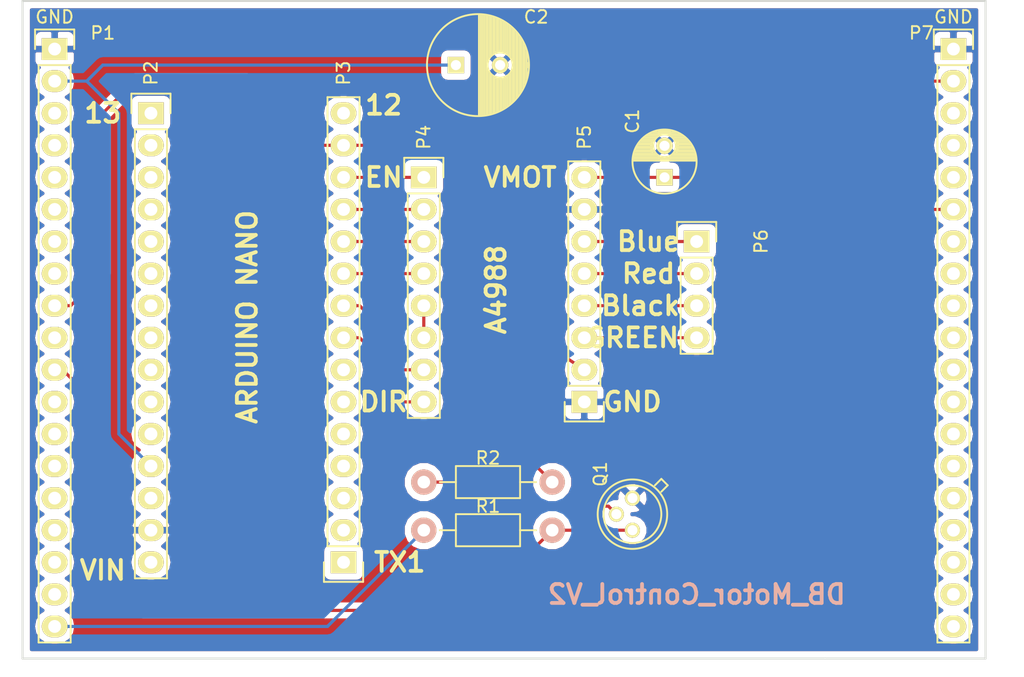
<source format=kicad_pcb>
(kicad_pcb (version 4) (host pcbnew 4.0.3+e1-6302~38~ubuntu16.04.1-stable)

  (general
    (links 29)
    (no_connects 0)
    (area 46.401667 51.994999 127.588334 105.85)
    (thickness 1.6)
    (drawings 20)
    (tracks 55)
    (zones 0)
    (modules 12)
    (nets 71)
  )

  (page A4)
  (layers
    (0 F.Cu signal)
    (31 B.Cu signal)
    (32 B.Adhes user)
    (33 F.Adhes user)
    (34 B.Paste user)
    (35 F.Paste user)
    (36 B.SilkS user)
    (37 F.SilkS user)
    (38 B.Mask user)
    (39 F.Mask user)
    (40 Dwgs.User user)
    (41 Cmts.User user)
    (42 Eco1.User user)
    (43 Eco2.User user)
    (44 Edge.Cuts user)
    (45 Margin user)
    (46 B.CrtYd user)
    (47 F.CrtYd user)
    (48 B.Fab user)
    (49 F.Fab user)
  )

  (setup
    (last_trace_width 0.25)
    (trace_clearance 0.2)
    (zone_clearance 0.508)
    (zone_45_only no)
    (trace_min 0.2)
    (segment_width 0.2)
    (edge_width 0.15)
    (via_size 0.6)
    (via_drill 0.4)
    (via_min_size 0.4)
    (via_min_drill 0.3)
    (uvia_size 0.3)
    (uvia_drill 0.1)
    (uvias_allowed no)
    (uvia_min_size 0.2)
    (uvia_min_drill 0.1)
    (pcb_text_width 0.3)
    (pcb_text_size 1.5 1.5)
    (mod_edge_width 0.15)
    (mod_text_size 1 1)
    (mod_text_width 0.15)
    (pad_size 1.524 1.524)
    (pad_drill 0.762)
    (pad_to_mask_clearance 0.2)
    (aux_axis_origin 0 0)
    (visible_elements 7FFFFFFF)
    (pcbplotparams
      (layerselection 0x000f0_80000001)
      (usegerberextensions false)
      (excludeedgelayer true)
      (linewidth 0.100000)
      (plotframeref false)
      (viasonmask false)
      (mode 1)
      (useauxorigin false)
      (hpglpennumber 1)
      (hpglpenspeed 20)
      (hpglpendiameter 15)
      (hpglpenoverlay 2)
      (psnegative false)
      (psa4output false)
      (plotreference true)
      (plotvalue true)
      (plotinvisibletext false)
      (padsonsilk false)
      (subtractmaskfromsilk false)
      (outputformat 1)
      (mirror false)
      (drillshape 0)
      (scaleselection 1)
      (outputdirectory gerber/))
  )

  (net 0 "")
  (net 1 "Net-(C1-Pad1)")
  (net 2 GND)
  (net 3 "Net-(P1-Pad3)")
  (net 4 "Net-(P1-Pad4)")
  (net 5 "Net-(P1-Pad5)")
  (net 6 "Net-(P1-Pad6)")
  (net 7 "Net-(P1-Pad7)")
  (net 8 "Net-(P1-Pad8)")
  (net 9 "Net-(P1-Pad9)")
  (net 10 "Net-(P1-Pad10)")
  (net 11 "Net-(P1-Pad11)")
  (net 12 "Net-(P1-Pad12)")
  (net 13 "Net-(P1-Pad13)")
  (net 14 "Net-(P1-Pad14)")
  (net 15 "Net-(P1-Pad15)")
  (net 16 "Net-(P1-Pad16)")
  (net 17 "Net-(P1-Pad17)")
  (net 18 "Net-(P1-Pad18)")
  (net 19 "Net-(P1-Pad19)")
  (net 20 "Net-(P2-Pad1)")
  (net 21 "Net-(P2-Pad2)")
  (net 22 "Net-(P2-Pad3)")
  (net 23 "Net-(P2-Pad4)")
  (net 24 "Net-(P2-Pad5)")
  (net 25 "Net-(P2-Pad6)")
  (net 26 "Net-(P2-Pad7)")
  (net 27 "Net-(P2-Pad8)")
  (net 28 "Net-(P2-Pad9)")
  (net 29 "Net-(P2-Pad10)")
  (net 30 "Net-(P2-Pad11)")
  (net 31 "Net-(P2-Pad13)")
  (net 32 "Net-(P2-Pad15)")
  (net 33 "Net-(P3-Pad1)")
  (net 34 "Net-(P3-Pad2)")
  (net 35 "Net-(P3-Pad3)")
  (net 36 "Net-(P3-Pad4)")
  (net 37 "Net-(P3-Pad5)")
  (net 38 "Net-(P3-Pad6)")
  (net 39 "Net-(P3-Pad8)")
  (net 40 "Net-(P3-Pad9)")
  (net 41 "Net-(P3-Pad10)")
  (net 42 "Net-(P3-Pad11)")
  (net 43 "Net-(P3-Pad12)")
  (net 44 "Net-(P3-Pad13)")
  (net 45 "Net-(P3-Pad15)")
  (net 46 "Net-(P4-Pad5)")
  (net 47 "Net-(P5-Pad2)")
  (net 48 "Net-(P5-Pad3)")
  (net 49 "Net-(P5-Pad4)")
  (net 50 "Net-(P5-Pad5)")
  (net 51 "Net-(P5-Pad6)")
  (net 52 "Net-(P7-Pad3)")
  (net 53 "Net-(P7-Pad4)")
  (net 54 "Net-(P7-Pad5)")
  (net 55 "Net-(P7-Pad7)")
  (net 56 "Net-(P7-Pad8)")
  (net 57 "Net-(P7-Pad9)")
  (net 58 "Net-(P7-Pad10)")
  (net 59 "Net-(P7-Pad11)")
  (net 60 "Net-(P7-Pad12)")
  (net 61 "Net-(P7-Pad13)")
  (net 62 "Net-(P7-Pad14)")
  (net 63 "Net-(P7-Pad15)")
  (net 64 "Net-(P7-Pad16)")
  (net 65 "Net-(P7-Pad17)")
  (net 66 "Net-(P7-Pad18)")
  (net 67 "Net-(P7-Pad19)")
  (net 68 "Net-(C2-Pad1)")
  (net 69 "Net-(P3-Pad7)")
  (net 70 "Net-(Q1-Pad2)")

  (net_class Default "This is the default net class."
    (clearance 0.2)
    (trace_width 0.25)
    (via_dia 0.6)
    (via_drill 0.4)
    (uvia_dia 0.3)
    (uvia_drill 0.1)
    (add_net GND)
    (add_net "Net-(C1-Pad1)")
    (add_net "Net-(C2-Pad1)")
    (add_net "Net-(P1-Pad10)")
    (add_net "Net-(P1-Pad11)")
    (add_net "Net-(P1-Pad12)")
    (add_net "Net-(P1-Pad13)")
    (add_net "Net-(P1-Pad14)")
    (add_net "Net-(P1-Pad15)")
    (add_net "Net-(P1-Pad16)")
    (add_net "Net-(P1-Pad17)")
    (add_net "Net-(P1-Pad18)")
    (add_net "Net-(P1-Pad19)")
    (add_net "Net-(P1-Pad3)")
    (add_net "Net-(P1-Pad4)")
    (add_net "Net-(P1-Pad5)")
    (add_net "Net-(P1-Pad6)")
    (add_net "Net-(P1-Pad7)")
    (add_net "Net-(P1-Pad8)")
    (add_net "Net-(P1-Pad9)")
    (add_net "Net-(P2-Pad1)")
    (add_net "Net-(P2-Pad10)")
    (add_net "Net-(P2-Pad11)")
    (add_net "Net-(P2-Pad13)")
    (add_net "Net-(P2-Pad15)")
    (add_net "Net-(P2-Pad2)")
    (add_net "Net-(P2-Pad3)")
    (add_net "Net-(P2-Pad4)")
    (add_net "Net-(P2-Pad5)")
    (add_net "Net-(P2-Pad6)")
    (add_net "Net-(P2-Pad7)")
    (add_net "Net-(P2-Pad8)")
    (add_net "Net-(P2-Pad9)")
    (add_net "Net-(P3-Pad1)")
    (add_net "Net-(P3-Pad10)")
    (add_net "Net-(P3-Pad11)")
    (add_net "Net-(P3-Pad12)")
    (add_net "Net-(P3-Pad13)")
    (add_net "Net-(P3-Pad15)")
    (add_net "Net-(P3-Pad2)")
    (add_net "Net-(P3-Pad3)")
    (add_net "Net-(P3-Pad4)")
    (add_net "Net-(P3-Pad5)")
    (add_net "Net-(P3-Pad6)")
    (add_net "Net-(P3-Pad7)")
    (add_net "Net-(P3-Pad8)")
    (add_net "Net-(P3-Pad9)")
    (add_net "Net-(P4-Pad5)")
    (add_net "Net-(P5-Pad2)")
    (add_net "Net-(P5-Pad3)")
    (add_net "Net-(P5-Pad4)")
    (add_net "Net-(P5-Pad5)")
    (add_net "Net-(P5-Pad6)")
    (add_net "Net-(P7-Pad10)")
    (add_net "Net-(P7-Pad11)")
    (add_net "Net-(P7-Pad12)")
    (add_net "Net-(P7-Pad13)")
    (add_net "Net-(P7-Pad14)")
    (add_net "Net-(P7-Pad15)")
    (add_net "Net-(P7-Pad16)")
    (add_net "Net-(P7-Pad17)")
    (add_net "Net-(P7-Pad18)")
    (add_net "Net-(P7-Pad19)")
    (add_net "Net-(P7-Pad3)")
    (add_net "Net-(P7-Pad4)")
    (add_net "Net-(P7-Pad5)")
    (add_net "Net-(P7-Pad7)")
    (add_net "Net-(P7-Pad8)")
    (add_net "Net-(P7-Pad9)")
    (add_net "Net-(Q1-Pad2)")
  )

  (module Capacitors_ThroughHole:C_Radial_D5_L6_P2.5 placed (layer F.Cu) (tedit 57B5AAA1) (tstamp 57B3174C)
    (at 99.06 66.04 90)
    (descr "Radial Electrolytic Capacitor Diameter 5mm x Length 6mm, Pitch 2.5mm")
    (tags "Electrolytic Capacitor")
    (path /57A8ABF6)
    (fp_text reference C1 (at 4.445 -2.54 90) (layer F.SilkS)
      (effects (font (size 1 1) (thickness 0.15)))
    )
    (fp_text value 100u (at 1.25 3.8 90) (layer F.Fab)
      (effects (font (size 1 1) (thickness 0.15)))
    )
    (fp_line (start 1.325 -2.499) (end 1.325 2.499) (layer F.SilkS) (width 0.15))
    (fp_line (start 1.465 -2.491) (end 1.465 2.491) (layer F.SilkS) (width 0.15))
    (fp_line (start 1.605 -2.475) (end 1.605 -0.095) (layer F.SilkS) (width 0.15))
    (fp_line (start 1.605 0.095) (end 1.605 2.475) (layer F.SilkS) (width 0.15))
    (fp_line (start 1.745 -2.451) (end 1.745 -0.49) (layer F.SilkS) (width 0.15))
    (fp_line (start 1.745 0.49) (end 1.745 2.451) (layer F.SilkS) (width 0.15))
    (fp_line (start 1.885 -2.418) (end 1.885 -0.657) (layer F.SilkS) (width 0.15))
    (fp_line (start 1.885 0.657) (end 1.885 2.418) (layer F.SilkS) (width 0.15))
    (fp_line (start 2.025 -2.377) (end 2.025 -0.764) (layer F.SilkS) (width 0.15))
    (fp_line (start 2.025 0.764) (end 2.025 2.377) (layer F.SilkS) (width 0.15))
    (fp_line (start 2.165 -2.327) (end 2.165 -0.835) (layer F.SilkS) (width 0.15))
    (fp_line (start 2.165 0.835) (end 2.165 2.327) (layer F.SilkS) (width 0.15))
    (fp_line (start 2.305 -2.266) (end 2.305 -0.879) (layer F.SilkS) (width 0.15))
    (fp_line (start 2.305 0.879) (end 2.305 2.266) (layer F.SilkS) (width 0.15))
    (fp_line (start 2.445 -2.196) (end 2.445 -0.898) (layer F.SilkS) (width 0.15))
    (fp_line (start 2.445 0.898) (end 2.445 2.196) (layer F.SilkS) (width 0.15))
    (fp_line (start 2.585 -2.114) (end 2.585 -0.896) (layer F.SilkS) (width 0.15))
    (fp_line (start 2.585 0.896) (end 2.585 2.114) (layer F.SilkS) (width 0.15))
    (fp_line (start 2.725 -2.019) (end 2.725 -0.871) (layer F.SilkS) (width 0.15))
    (fp_line (start 2.725 0.871) (end 2.725 2.019) (layer F.SilkS) (width 0.15))
    (fp_line (start 2.865 -1.908) (end 2.865 -0.823) (layer F.SilkS) (width 0.15))
    (fp_line (start 2.865 0.823) (end 2.865 1.908) (layer F.SilkS) (width 0.15))
    (fp_line (start 3.005 -1.78) (end 3.005 -0.745) (layer F.SilkS) (width 0.15))
    (fp_line (start 3.005 0.745) (end 3.005 1.78) (layer F.SilkS) (width 0.15))
    (fp_line (start 3.145 -1.631) (end 3.145 -0.628) (layer F.SilkS) (width 0.15))
    (fp_line (start 3.145 0.628) (end 3.145 1.631) (layer F.SilkS) (width 0.15))
    (fp_line (start 3.285 -1.452) (end 3.285 -0.44) (layer F.SilkS) (width 0.15))
    (fp_line (start 3.285 0.44) (end 3.285 1.452) (layer F.SilkS) (width 0.15))
    (fp_line (start 3.425 -1.233) (end 3.425 1.233) (layer F.SilkS) (width 0.15))
    (fp_line (start 3.565 -0.944) (end 3.565 0.944) (layer F.SilkS) (width 0.15))
    (fp_line (start 3.705 -0.472) (end 3.705 0.472) (layer F.SilkS) (width 0.15))
    (fp_circle (center 2.5 0) (end 2.5 -0.9) (layer F.SilkS) (width 0.15))
    (fp_circle (center 1.25 0) (end 1.25 -2.5375) (layer F.SilkS) (width 0.15))
    (fp_circle (center 1.25 0) (end 1.25 -2.8) (layer F.CrtYd) (width 0.05))
    (pad 1 thru_hole rect (at 0 0 90) (size 1.3 1.3) (drill 0.8) (layers *.Cu *.Mask F.SilkS)
      (net 1 "Net-(C1-Pad1)"))
    (pad 2 thru_hole circle (at 2.5 0 90) (size 1.3 1.3) (drill 0.8) (layers *.Cu *.Mask F.SilkS)
      (net 2 GND))
    (model Capacitors_ThroughHole.3dshapes/C_Radial_D5_L6_P2.5.wrl
      (at (xyz 0.0492126 0 0))
      (scale (xyz 1 1 1))
      (rotate (xyz 0 0 90))
    )
  )

  (module Socket_Strips:Socket_Strip_Straight_1x15 placed (layer F.Cu) (tedit 57B5A9C0) (tstamp 57B31776)
    (at 58.42 60.96 270)
    (descr "Through hole socket strip")
    (tags "socket strip")
    (path /57A890C3)
    (fp_text reference P2 (at -3.175 0 270) (layer F.SilkS)
      (effects (font (size 1 1) (thickness 0.15)))
    )
    (fp_text value CONN_01X15 (at 0 -3.1 270) (layer F.Fab)
      (effects (font (size 1 1) (thickness 0.15)))
    )
    (fp_line (start -1.75 -1.75) (end -1.75 1.75) (layer F.CrtYd) (width 0.05))
    (fp_line (start 37.35 -1.75) (end 37.35 1.75) (layer F.CrtYd) (width 0.05))
    (fp_line (start -1.75 -1.75) (end 37.35 -1.75) (layer F.CrtYd) (width 0.05))
    (fp_line (start -1.75 1.75) (end 37.35 1.75) (layer F.CrtYd) (width 0.05))
    (fp_line (start 1.27 -1.27) (end 36.83 -1.27) (layer F.SilkS) (width 0.15))
    (fp_line (start 36.83 -1.27) (end 36.83 1.27) (layer F.SilkS) (width 0.15))
    (fp_line (start 36.83 1.27) (end 1.27 1.27) (layer F.SilkS) (width 0.15))
    (fp_line (start -1.55 1.55) (end 0 1.55) (layer F.SilkS) (width 0.15))
    (fp_line (start 1.27 1.27) (end 1.27 -1.27) (layer F.SilkS) (width 0.15))
    (fp_line (start 0 -1.55) (end -1.55 -1.55) (layer F.SilkS) (width 0.15))
    (fp_line (start -1.55 -1.55) (end -1.55 1.55) (layer F.SilkS) (width 0.15))
    (pad 1 thru_hole rect (at 0 0 270) (size 1.7272 2.032) (drill 1.016) (layers *.Cu *.Mask F.SilkS)
      (net 20 "Net-(P2-Pad1)"))
    (pad 2 thru_hole oval (at 2.54 0 270) (size 1.7272 2.032) (drill 1.016) (layers *.Cu *.Mask F.SilkS)
      (net 21 "Net-(P2-Pad2)"))
    (pad 3 thru_hole oval (at 5.08 0 270) (size 1.7272 2.032) (drill 1.016) (layers *.Cu *.Mask F.SilkS)
      (net 22 "Net-(P2-Pad3)"))
    (pad 4 thru_hole oval (at 7.62 0 270) (size 1.7272 2.032) (drill 1.016) (layers *.Cu *.Mask F.SilkS)
      (net 23 "Net-(P2-Pad4)"))
    (pad 5 thru_hole oval (at 10.16 0 270) (size 1.7272 2.032) (drill 1.016) (layers *.Cu *.Mask F.SilkS)
      (net 24 "Net-(P2-Pad5)"))
    (pad 6 thru_hole oval (at 12.7 0 270) (size 1.7272 2.032) (drill 1.016) (layers *.Cu *.Mask F.SilkS)
      (net 25 "Net-(P2-Pad6)"))
    (pad 7 thru_hole oval (at 15.24 0 270) (size 1.7272 2.032) (drill 1.016) (layers *.Cu *.Mask F.SilkS)
      (net 26 "Net-(P2-Pad7)"))
    (pad 8 thru_hole oval (at 17.78 0 270) (size 1.7272 2.032) (drill 1.016) (layers *.Cu *.Mask F.SilkS)
      (net 27 "Net-(P2-Pad8)"))
    (pad 9 thru_hole oval (at 20.32 0 270) (size 1.7272 2.032) (drill 1.016) (layers *.Cu *.Mask F.SilkS)
      (net 28 "Net-(P2-Pad9)"))
    (pad 10 thru_hole oval (at 22.86 0 270) (size 1.7272 2.032) (drill 1.016) (layers *.Cu *.Mask F.SilkS)
      (net 29 "Net-(P2-Pad10)"))
    (pad 11 thru_hole oval (at 25.4 0 270) (size 1.7272 2.032) (drill 1.016) (layers *.Cu *.Mask F.SilkS)
      (net 30 "Net-(P2-Pad11)"))
    (pad 12 thru_hole oval (at 27.94 0 270) (size 1.7272 2.032) (drill 1.016) (layers *.Cu *.Mask F.SilkS)
      (net 68 "Net-(C2-Pad1)"))
    (pad 13 thru_hole oval (at 30.48 0 270) (size 1.7272 2.032) (drill 1.016) (layers *.Cu *.Mask F.SilkS)
      (net 31 "Net-(P2-Pad13)"))
    (pad 14 thru_hole oval (at 33.02 0 270) (size 1.7272 2.032) (drill 1.016) (layers *.Cu *.Mask F.SilkS)
      (net 2 GND))
    (pad 15 thru_hole oval (at 35.56 0 270) (size 1.7272 2.032) (drill 1.016) (layers *.Cu *.Mask F.SilkS)
      (net 32 "Net-(P2-Pad15)"))
    (model Socket_Strips.3dshapes/Socket_Strip_Straight_1x15.wrl
      (at (xyz 0.7 0 0))
      (scale (xyz 1 1 1))
      (rotate (xyz 0 0 180))
    )
  )

  (module Socket_Strips:Socket_Strip_Straight_1x15 placed (layer F.Cu) (tedit 57B5A9C4) (tstamp 57B31789)
    (at 73.66 96.52 90)
    (descr "Through hole socket strip")
    (tags "socket strip")
    (path /57A890ED)
    (fp_text reference P3 (at 38.735 0 90) (layer F.SilkS)
      (effects (font (size 1 1) (thickness 0.15)))
    )
    (fp_text value CONN_01X15 (at 0 -3.1 90) (layer F.Fab)
      (effects (font (size 1 1) (thickness 0.15)))
    )
    (fp_line (start -1.75 -1.75) (end -1.75 1.75) (layer F.CrtYd) (width 0.05))
    (fp_line (start 37.35 -1.75) (end 37.35 1.75) (layer F.CrtYd) (width 0.05))
    (fp_line (start -1.75 -1.75) (end 37.35 -1.75) (layer F.CrtYd) (width 0.05))
    (fp_line (start -1.75 1.75) (end 37.35 1.75) (layer F.CrtYd) (width 0.05))
    (fp_line (start 1.27 -1.27) (end 36.83 -1.27) (layer F.SilkS) (width 0.15))
    (fp_line (start 36.83 -1.27) (end 36.83 1.27) (layer F.SilkS) (width 0.15))
    (fp_line (start 36.83 1.27) (end 1.27 1.27) (layer F.SilkS) (width 0.15))
    (fp_line (start -1.55 1.55) (end 0 1.55) (layer F.SilkS) (width 0.15))
    (fp_line (start 1.27 1.27) (end 1.27 -1.27) (layer F.SilkS) (width 0.15))
    (fp_line (start 0 -1.55) (end -1.55 -1.55) (layer F.SilkS) (width 0.15))
    (fp_line (start -1.55 -1.55) (end -1.55 1.55) (layer F.SilkS) (width 0.15))
    (pad 1 thru_hole rect (at 0 0 90) (size 1.7272 2.032) (drill 1.016) (layers *.Cu *.Mask F.SilkS)
      (net 33 "Net-(P3-Pad1)"))
    (pad 2 thru_hole oval (at 2.54 0 90) (size 1.7272 2.032) (drill 1.016) (layers *.Cu *.Mask F.SilkS)
      (net 34 "Net-(P3-Pad2)"))
    (pad 3 thru_hole oval (at 5.08 0 90) (size 1.7272 2.032) (drill 1.016) (layers *.Cu *.Mask F.SilkS)
      (net 35 "Net-(P3-Pad3)"))
    (pad 4 thru_hole oval (at 7.62 0 90) (size 1.7272 2.032) (drill 1.016) (layers *.Cu *.Mask F.SilkS)
      (net 36 "Net-(P3-Pad4)"))
    (pad 5 thru_hole oval (at 10.16 0 90) (size 1.7272 2.032) (drill 1.016) (layers *.Cu *.Mask F.SilkS)
      (net 37 "Net-(P3-Pad5)"))
    (pad 6 thru_hole oval (at 12.7 0 90) (size 1.7272 2.032) (drill 1.016) (layers *.Cu *.Mask F.SilkS)
      (net 38 "Net-(P3-Pad6)"))
    (pad 7 thru_hole oval (at 15.24 0 90) (size 1.7272 2.032) (drill 1.016) (layers *.Cu *.Mask F.SilkS)
      (net 69 "Net-(P3-Pad7)"))
    (pad 8 thru_hole oval (at 17.78 0 90) (size 1.7272 2.032) (drill 1.016) (layers *.Cu *.Mask F.SilkS)
      (net 39 "Net-(P3-Pad8)"))
    (pad 9 thru_hole oval (at 20.32 0 90) (size 1.7272 2.032) (drill 1.016) (layers *.Cu *.Mask F.SilkS)
      (net 40 "Net-(P3-Pad9)"))
    (pad 10 thru_hole oval (at 22.86 0 90) (size 1.7272 2.032) (drill 1.016) (layers *.Cu *.Mask F.SilkS)
      (net 41 "Net-(P3-Pad10)"))
    (pad 11 thru_hole oval (at 25.4 0 90) (size 1.7272 2.032) (drill 1.016) (layers *.Cu *.Mask F.SilkS)
      (net 42 "Net-(P3-Pad11)"))
    (pad 12 thru_hole oval (at 27.94 0 90) (size 1.7272 2.032) (drill 1.016) (layers *.Cu *.Mask F.SilkS)
      (net 43 "Net-(P3-Pad12)"))
    (pad 13 thru_hole oval (at 30.48 0 90) (size 1.7272 2.032) (drill 1.016) (layers *.Cu *.Mask F.SilkS)
      (net 44 "Net-(P3-Pad13)"))
    (pad 14 thru_hole oval (at 33.02 0 90) (size 1.7272 2.032) (drill 1.016) (layers *.Cu *.Mask F.SilkS)
      (net 9 "Net-(P1-Pad9)"))
    (pad 15 thru_hole oval (at 35.56 0 90) (size 1.7272 2.032) (drill 1.016) (layers *.Cu *.Mask F.SilkS)
      (net 45 "Net-(P3-Pad15)"))
    (model Socket_Strips.3dshapes/Socket_Strip_Straight_1x15.wrl
      (at (xyz 0.7 0 0))
      (scale (xyz 1 1 1))
      (rotate (xyz 0 0 180))
    )
  )

  (module Socket_Strips:Socket_Strip_Straight_1x08 placed (layer F.Cu) (tedit 57B5A9C7) (tstamp 57B31795)
    (at 80.01 66.04 270)
    (descr "Through hole socket strip")
    (tags "socket strip")
    (path /57A89055)
    (fp_text reference P4 (at -3.175 0 270) (layer F.SilkS)
      (effects (font (size 1 1) (thickness 0.15)))
    )
    (fp_text value CONN_01X08 (at 0 -3.1 270) (layer F.Fab)
      (effects (font (size 1 1) (thickness 0.15)))
    )
    (fp_line (start -1.75 -1.75) (end -1.75 1.75) (layer F.CrtYd) (width 0.05))
    (fp_line (start 19.55 -1.75) (end 19.55 1.75) (layer F.CrtYd) (width 0.05))
    (fp_line (start -1.75 -1.75) (end 19.55 -1.75) (layer F.CrtYd) (width 0.05))
    (fp_line (start -1.75 1.75) (end 19.55 1.75) (layer F.CrtYd) (width 0.05))
    (fp_line (start 1.27 1.27) (end 19.05 1.27) (layer F.SilkS) (width 0.15))
    (fp_line (start 19.05 1.27) (end 19.05 -1.27) (layer F.SilkS) (width 0.15))
    (fp_line (start 19.05 -1.27) (end 1.27 -1.27) (layer F.SilkS) (width 0.15))
    (fp_line (start -1.55 1.55) (end 0 1.55) (layer F.SilkS) (width 0.15))
    (fp_line (start 1.27 1.27) (end 1.27 -1.27) (layer F.SilkS) (width 0.15))
    (fp_line (start 0 -1.55) (end -1.55 -1.55) (layer F.SilkS) (width 0.15))
    (fp_line (start -1.55 -1.55) (end -1.55 1.55) (layer F.SilkS) (width 0.15))
    (pad 1 thru_hole rect (at 0 0 270) (size 1.7272 2.032) (drill 1.016) (layers *.Cu *.Mask F.SilkS)
      (net 44 "Net-(P3-Pad13)"))
    (pad 2 thru_hole oval (at 2.54 0 270) (size 1.7272 2.032) (drill 1.016) (layers *.Cu *.Mask F.SilkS)
      (net 43 "Net-(P3-Pad12)"))
    (pad 3 thru_hole oval (at 5.08 0 270) (size 1.7272 2.032) (drill 1.016) (layers *.Cu *.Mask F.SilkS)
      (net 42 "Net-(P3-Pad11)"))
    (pad 4 thru_hole oval (at 7.62 0 270) (size 1.7272 2.032) (drill 1.016) (layers *.Cu *.Mask F.SilkS)
      (net 41 "Net-(P3-Pad10)"))
    (pad 5 thru_hole oval (at 10.16 0 270) (size 1.7272 2.032) (drill 1.016) (layers *.Cu *.Mask F.SilkS)
      (net 46 "Net-(P4-Pad5)"))
    (pad 6 thru_hole oval (at 12.7 0 270) (size 1.7272 2.032) (drill 1.016) (layers *.Cu *.Mask F.SilkS)
      (net 46 "Net-(P4-Pad5)"))
    (pad 7 thru_hole oval (at 15.24 0 270) (size 1.7272 2.032) (drill 1.016) (layers *.Cu *.Mask F.SilkS)
      (net 40 "Net-(P3-Pad9)"))
    (pad 8 thru_hole oval (at 17.78 0 270) (size 1.7272 2.032) (drill 1.016) (layers *.Cu *.Mask F.SilkS)
      (net 39 "Net-(P3-Pad8)"))
    (model Socket_Strips.3dshapes/Socket_Strip_Straight_1x08.wrl
      (at (xyz 0.35 0 0))
      (scale (xyz 1 1 1))
      (rotate (xyz 0 0 180))
    )
  )

  (module Socket_Strips:Socket_Strip_Straight_1x08 placed (layer F.Cu) (tedit 57B5A9CC) (tstamp 57B317A1)
    (at 92.71 83.82 90)
    (descr "Through hole socket strip")
    (tags "socket strip")
    (path /57A8907E)
    (fp_text reference P5 (at 20.955 0 90) (layer F.SilkS)
      (effects (font (size 1 1) (thickness 0.15)))
    )
    (fp_text value CONN_01X08 (at 0 -3.1 90) (layer F.Fab)
      (effects (font (size 1 1) (thickness 0.15)))
    )
    (fp_line (start -1.75 -1.75) (end -1.75 1.75) (layer F.CrtYd) (width 0.05))
    (fp_line (start 19.55 -1.75) (end 19.55 1.75) (layer F.CrtYd) (width 0.05))
    (fp_line (start -1.75 -1.75) (end 19.55 -1.75) (layer F.CrtYd) (width 0.05))
    (fp_line (start -1.75 1.75) (end 19.55 1.75) (layer F.CrtYd) (width 0.05))
    (fp_line (start 1.27 1.27) (end 19.05 1.27) (layer F.SilkS) (width 0.15))
    (fp_line (start 19.05 1.27) (end 19.05 -1.27) (layer F.SilkS) (width 0.15))
    (fp_line (start 19.05 -1.27) (end 1.27 -1.27) (layer F.SilkS) (width 0.15))
    (fp_line (start -1.55 1.55) (end 0 1.55) (layer F.SilkS) (width 0.15))
    (fp_line (start 1.27 1.27) (end 1.27 -1.27) (layer F.SilkS) (width 0.15))
    (fp_line (start 0 -1.55) (end -1.55 -1.55) (layer F.SilkS) (width 0.15))
    (fp_line (start -1.55 -1.55) (end -1.55 1.55) (layer F.SilkS) (width 0.15))
    (pad 1 thru_hole rect (at 0 0 90) (size 1.7272 2.032) (drill 1.016) (layers *.Cu *.Mask F.SilkS)
      (net 2 GND))
    (pad 2 thru_hole oval (at 2.54 0 90) (size 1.7272 2.032) (drill 1.016) (layers *.Cu *.Mask F.SilkS)
      (net 47 "Net-(P5-Pad2)"))
    (pad 3 thru_hole oval (at 5.08 0 90) (size 1.7272 2.032) (drill 1.016) (layers *.Cu *.Mask F.SilkS)
      (net 48 "Net-(P5-Pad3)"))
    (pad 4 thru_hole oval (at 7.62 0 90) (size 1.7272 2.032) (drill 1.016) (layers *.Cu *.Mask F.SilkS)
      (net 49 "Net-(P5-Pad4)"))
    (pad 5 thru_hole oval (at 10.16 0 90) (size 1.7272 2.032) (drill 1.016) (layers *.Cu *.Mask F.SilkS)
      (net 50 "Net-(P5-Pad5)"))
    (pad 6 thru_hole oval (at 12.7 0 90) (size 1.7272 2.032) (drill 1.016) (layers *.Cu *.Mask F.SilkS)
      (net 51 "Net-(P5-Pad6)"))
    (pad 7 thru_hole oval (at 15.24 0 90) (size 1.7272 2.032) (drill 1.016) (layers *.Cu *.Mask F.SilkS)
      (net 2 GND))
    (pad 8 thru_hole oval (at 17.78 0 90) (size 1.7272 2.032) (drill 1.016) (layers *.Cu *.Mask F.SilkS)
      (net 1 "Net-(C1-Pad1)"))
    (model Socket_Strips.3dshapes/Socket_Strip_Straight_1x08.wrl
      (at (xyz 0.35 0 0))
      (scale (xyz 1 1 1))
      (rotate (xyz 0 0 180))
    )
  )

  (module Socket_Strips:Socket_Strip_Straight_1x04 placed (layer F.Cu) (tedit 0) (tstamp 57B317A9)
    (at 101.6 71.12 270)
    (descr "Through hole socket strip")
    (tags "socket strip")
    (path /57A88E2B)
    (fp_text reference P6 (at 0 -5.1 270) (layer F.SilkS)
      (effects (font (size 1 1) (thickness 0.15)))
    )
    (fp_text value CONN_01X04 (at 0 -3.1 270) (layer F.Fab)
      (effects (font (size 1 1) (thickness 0.15)))
    )
    (fp_line (start -1.75 -1.75) (end -1.75 1.75) (layer F.CrtYd) (width 0.05))
    (fp_line (start 9.4 -1.75) (end 9.4 1.75) (layer F.CrtYd) (width 0.05))
    (fp_line (start -1.75 -1.75) (end 9.4 -1.75) (layer F.CrtYd) (width 0.05))
    (fp_line (start -1.75 1.75) (end 9.4 1.75) (layer F.CrtYd) (width 0.05))
    (fp_line (start 1.27 -1.27) (end 8.89 -1.27) (layer F.SilkS) (width 0.15))
    (fp_line (start 1.27 1.27) (end 8.89 1.27) (layer F.SilkS) (width 0.15))
    (fp_line (start -1.55 1.55) (end 0 1.55) (layer F.SilkS) (width 0.15))
    (fp_line (start 8.89 -1.27) (end 8.89 1.27) (layer F.SilkS) (width 0.15))
    (fp_line (start 1.27 1.27) (end 1.27 -1.27) (layer F.SilkS) (width 0.15))
    (fp_line (start 0 -1.55) (end -1.55 -1.55) (layer F.SilkS) (width 0.15))
    (fp_line (start -1.55 -1.55) (end -1.55 1.55) (layer F.SilkS) (width 0.15))
    (pad 1 thru_hole rect (at 0 0 270) (size 1.7272 2.032) (drill 1.016) (layers *.Cu *.Mask F.SilkS)
      (net 51 "Net-(P5-Pad6)"))
    (pad 2 thru_hole oval (at 2.54 0 270) (size 1.7272 2.032) (drill 1.016) (layers *.Cu *.Mask F.SilkS)
      (net 50 "Net-(P5-Pad5)"))
    (pad 3 thru_hole oval (at 5.08 0 270) (size 1.7272 2.032) (drill 1.016) (layers *.Cu *.Mask F.SilkS)
      (net 49 "Net-(P5-Pad4)"))
    (pad 4 thru_hole oval (at 7.62 0 270) (size 1.7272 2.032) (drill 1.016) (layers *.Cu *.Mask F.SilkS)
      (net 48 "Net-(P5-Pad3)"))
    (model Socket_Strips.3dshapes/Socket_Strip_Straight_1x04.wrl
      (at (xyz 0.15 0 0))
      (scale (xyz 1 1 1))
      (rotate (xyz 0 0 180))
    )
  )

  (module Echopen:Header_1x19 (layer F.Cu) (tedit 57BB4208) (tstamp 57B317C0)
    (at 121.92 78.74)
    (descr "Through hole socket strip")
    (tags "socket strip")
    (path /57A8A591)
    (fp_text reference P7 (at -2.54 -24.13) (layer F.SilkS)
      (effects (font (size 1 1) (thickness 0.15)))
    )
    (fp_text value CONN_01X19 (at 0.635 26.035) (layer F.Fab)
      (effects (font (size 1 1) (thickness 0.15)))
    )
    (fp_text user GND (at 0 -25.4) (layer F.SilkS)
      (effects (font (size 1 1) (thickness 0.15)))
    )
    (fp_line (start 1.75 -24.61) (end -1.75 -24.61) (layer F.CrtYd) (width 0.05))
    (fp_line (start 1.75 24.64) (end -1.75 24.64) (layer F.CrtYd) (width 0.05))
    (fp_line (start 1.75 -24.61) (end 1.75 24.64) (layer F.CrtYd) (width 0.05))
    (fp_line (start -1.75 -24.61) (end -1.75 24.64) (layer F.CrtYd) (width 0.05))
    (fp_line (start -1.27 -21.59) (end -1.27 24.13) (layer F.SilkS) (width 0.15))
    (fp_line (start -1.27 24.13) (end 1.27 24.13) (layer F.SilkS) (width 0.15))
    (fp_line (start 1.27 24.13) (end 1.27 -21.59) (layer F.SilkS) (width 0.15))
    (fp_line (start -1.55 -24.41) (end -1.55 -22.86) (layer F.SilkS) (width 0.15))
    (fp_line (start -1.27 -21.59) (end 1.27 -21.59) (layer F.SilkS) (width 0.15))
    (fp_line (start 1.55 -22.86) (end 1.55 -24.41) (layer F.SilkS) (width 0.15))
    (fp_line (start 1.55 -24.41) (end -1.55 -24.41) (layer F.SilkS) (width 0.15))
    (pad 1 thru_hole rect (at 0 -22.86 270) (size 1.7272 2.032) (drill 1.016) (layers *.Cu *.Mask F.SilkS)
      (net 2 GND))
    (pad 2 thru_hole oval (at 0 -20.32 270) (size 1.7272 2.032) (drill 1.016) (layers *.Cu *.Mask F.SilkS)
      (net 47 "Net-(P5-Pad2)"))
    (pad 3 thru_hole oval (at 0 -17.78 270) (size 1.7272 2.032) (drill 1.016) (layers *.Cu *.Mask F.SilkS)
      (net 52 "Net-(P7-Pad3)"))
    (pad 4 thru_hole oval (at 0 -15.24 270) (size 1.7272 2.032) (drill 1.016) (layers *.Cu *.Mask F.SilkS)
      (net 53 "Net-(P7-Pad4)"))
    (pad 5 thru_hole oval (at 0 -12.7 270) (size 1.7272 2.032) (drill 1.016) (layers *.Cu *.Mask F.SilkS)
      (net 54 "Net-(P7-Pad5)"))
    (pad 6 thru_hole oval (at 0 -10.16 270) (size 1.7272 2.032) (drill 1.016) (layers *.Cu *.Mask F.SilkS)
      (net 1 "Net-(C1-Pad1)"))
    (pad 7 thru_hole oval (at 0 -7.62 270) (size 1.7272 2.032) (drill 1.016) (layers *.Cu *.Mask F.SilkS)
      (net 55 "Net-(P7-Pad7)"))
    (pad 8 thru_hole oval (at 0 -5.08 270) (size 1.7272 2.032) (drill 1.016) (layers *.Cu *.Mask F.SilkS)
      (net 56 "Net-(P7-Pad8)"))
    (pad 9 thru_hole oval (at 0 -2.54 270) (size 1.7272 2.032) (drill 1.016) (layers *.Cu *.Mask F.SilkS)
      (net 57 "Net-(P7-Pad9)"))
    (pad 10 thru_hole oval (at 0 0 270) (size 1.7272 2.032) (drill 1.016) (layers *.Cu *.Mask F.SilkS)
      (net 58 "Net-(P7-Pad10)"))
    (pad 11 thru_hole oval (at 0 2.54 270) (size 1.7272 2.032) (drill 1.016) (layers *.Cu *.Mask F.SilkS)
      (net 59 "Net-(P7-Pad11)"))
    (pad 12 thru_hole oval (at 0 5.08 270) (size 1.7272 2.032) (drill 1.016) (layers *.Cu *.Mask F.SilkS)
      (net 60 "Net-(P7-Pad12)"))
    (pad 13 thru_hole oval (at 0 7.62 270) (size 1.7272 2.032) (drill 1.016) (layers *.Cu *.Mask F.SilkS)
      (net 61 "Net-(P7-Pad13)"))
    (pad 14 thru_hole oval (at 0 10.16 270) (size 1.7272 2.032) (drill 1.016) (layers *.Cu *.Mask F.SilkS)
      (net 62 "Net-(P7-Pad14)"))
    (pad 15 thru_hole oval (at 0 12.7 270) (size 1.7272 2.032) (drill 1.016) (layers *.Cu *.Mask F.SilkS)
      (net 63 "Net-(P7-Pad15)"))
    (pad 16 thru_hole oval (at 0 15.24 270) (size 1.7272 2.032) (drill 1.016) (layers *.Cu *.Mask F.SilkS)
      (net 64 "Net-(P7-Pad16)"))
    (pad 17 thru_hole oval (at 0 17.78 270) (size 1.7272 2.032) (drill 1.016) (layers *.Cu *.Mask F.SilkS)
      (net 65 "Net-(P7-Pad17)"))
    (pad 18 thru_hole oval (at 0 20.32 270) (size 1.7272 2.032) (drill 1.016) (layers *.Cu *.Mask F.SilkS)
      (net 66 "Net-(P7-Pad18)"))
    (pad 19 thru_hole oval (at 0 22.86 270) (size 1.7272 2.032) (drill 1.016) (layers *.Cu *.Mask F.SilkS)
      (net 67 "Net-(P7-Pad19)"))
    (model Socket_Strips.3dshapes/Socket_Strip_Straight_1x19.wrl
      (at (xyz 0 0 0))
      (scale (xyz 1 1 1))
      (rotate (xyz 0 0 90))
    )
  )

  (module Echopen:Header_1x19 (layer F.Cu) (tedit 57BB4201) (tstamp 57B31763)
    (at 50.8 78.74)
    (descr "Through hole socket strip")
    (tags "socket strip")
    (path /57A8A60C)
    (fp_text reference P1 (at 3.81 -24.13) (layer F.SilkS)
      (effects (font (size 1 1) (thickness 0.15)))
    )
    (fp_text value CONN_01X19 (at 0.635 26.035) (layer F.Fab)
      (effects (font (size 1 1) (thickness 0.15)))
    )
    (fp_text user GND (at 0 -25.4) (layer F.SilkS)
      (effects (font (size 1 1) (thickness 0.15)))
    )
    (fp_line (start 1.75 -24.61) (end -1.75 -24.61) (layer F.CrtYd) (width 0.05))
    (fp_line (start 1.75 24.64) (end -1.75 24.64) (layer F.CrtYd) (width 0.05))
    (fp_line (start 1.75 -24.61) (end 1.75 24.64) (layer F.CrtYd) (width 0.05))
    (fp_line (start -1.75 -24.61) (end -1.75 24.64) (layer F.CrtYd) (width 0.05))
    (fp_line (start -1.27 -21.59) (end -1.27 24.13) (layer F.SilkS) (width 0.15))
    (fp_line (start -1.27 24.13) (end 1.27 24.13) (layer F.SilkS) (width 0.15))
    (fp_line (start 1.27 24.13) (end 1.27 -21.59) (layer F.SilkS) (width 0.15))
    (fp_line (start -1.55 -24.41) (end -1.55 -22.86) (layer F.SilkS) (width 0.15))
    (fp_line (start -1.27 -21.59) (end 1.27 -21.59) (layer F.SilkS) (width 0.15))
    (fp_line (start 1.55 -22.86) (end 1.55 -24.41) (layer F.SilkS) (width 0.15))
    (fp_line (start 1.55 -24.41) (end -1.55 -24.41) (layer F.SilkS) (width 0.15))
    (pad 1 thru_hole rect (at 0 -22.86 270) (size 1.7272 2.032) (drill 1.016) (layers *.Cu *.Mask F.SilkS)
      (net 2 GND))
    (pad 2 thru_hole oval (at 0 -20.32 270) (size 1.7272 2.032) (drill 1.016) (layers *.Cu *.Mask F.SilkS)
      (net 68 "Net-(C2-Pad1)"))
    (pad 3 thru_hole oval (at 0 -17.78 270) (size 1.7272 2.032) (drill 1.016) (layers *.Cu *.Mask F.SilkS)
      (net 3 "Net-(P1-Pad3)"))
    (pad 4 thru_hole oval (at 0 -15.24 270) (size 1.7272 2.032) (drill 1.016) (layers *.Cu *.Mask F.SilkS)
      (net 4 "Net-(P1-Pad4)"))
    (pad 5 thru_hole oval (at 0 -12.7 270) (size 1.7272 2.032) (drill 1.016) (layers *.Cu *.Mask F.SilkS)
      (net 5 "Net-(P1-Pad5)"))
    (pad 6 thru_hole oval (at 0 -10.16 270) (size 1.7272 2.032) (drill 1.016) (layers *.Cu *.Mask F.SilkS)
      (net 6 "Net-(P1-Pad6)"))
    (pad 7 thru_hole oval (at 0 -7.62 270) (size 1.7272 2.032) (drill 1.016) (layers *.Cu *.Mask F.SilkS)
      (net 7 "Net-(P1-Pad7)"))
    (pad 8 thru_hole oval (at 0 -5.08 270) (size 1.7272 2.032) (drill 1.016) (layers *.Cu *.Mask F.SilkS)
      (net 8 "Net-(P1-Pad8)"))
    (pad 9 thru_hole oval (at 0 -2.54 270) (size 1.7272 2.032) (drill 1.016) (layers *.Cu *.Mask F.SilkS)
      (net 9 "Net-(P1-Pad9)"))
    (pad 10 thru_hole oval (at 0 0 270) (size 1.7272 2.032) (drill 1.016) (layers *.Cu *.Mask F.SilkS)
      (net 10 "Net-(P1-Pad10)"))
    (pad 11 thru_hole oval (at 0 2.54 270) (size 1.7272 2.032) (drill 1.016) (layers *.Cu *.Mask F.SilkS)
      (net 11 "Net-(P1-Pad11)"))
    (pad 12 thru_hole oval (at 0 5.08 270) (size 1.7272 2.032) (drill 1.016) (layers *.Cu *.Mask F.SilkS)
      (net 12 "Net-(P1-Pad12)"))
    (pad 13 thru_hole oval (at 0 7.62 270) (size 1.7272 2.032) (drill 1.016) (layers *.Cu *.Mask F.SilkS)
      (net 13 "Net-(P1-Pad13)"))
    (pad 14 thru_hole oval (at 0 10.16 270) (size 1.7272 2.032) (drill 1.016) (layers *.Cu *.Mask F.SilkS)
      (net 14 "Net-(P1-Pad14)"))
    (pad 15 thru_hole oval (at 0 12.7 270) (size 1.7272 2.032) (drill 1.016) (layers *.Cu *.Mask F.SilkS)
      (net 15 "Net-(P1-Pad15)"))
    (pad 16 thru_hole oval (at 0 15.24 270) (size 1.7272 2.032) (drill 1.016) (layers *.Cu *.Mask F.SilkS)
      (net 16 "Net-(P1-Pad16)"))
    (pad 17 thru_hole oval (at 0 17.78 270) (size 1.7272 2.032) (drill 1.016) (layers *.Cu *.Mask F.SilkS)
      (net 17 "Net-(P1-Pad17)"))
    (pad 18 thru_hole oval (at 0 20.32 270) (size 1.7272 2.032) (drill 1.016) (layers *.Cu *.Mask F.SilkS)
      (net 18 "Net-(P1-Pad18)"))
    (pad 19 thru_hole oval (at 0 22.86 270) (size 1.7272 2.032) (drill 1.016) (layers *.Cu *.Mask F.SilkS)
      (net 19 "Net-(P1-Pad19)"))
    (model Socket_Strips.3dshapes/Socket_Strip_Straight_1x19.wrl
      (at (xyz 0 0 0))
      (scale (xyz 1 1 1))
      (rotate (xyz 0 0 90))
    )
  )

  (module Echopen:CP_TH_common (layer F.Cu) (tedit 57B58060) (tstamp 57BC4AB8)
    (at 82.55 57.15)
    (descr "Radial Electrolytic Capacitor Diameter 8mm x Length 11.5mm, Pitch 3.5mm")
    (tags "Electrolytic Capacitor")
    (path /57BC49A7)
    (fp_text reference C2 (at 6.35 -3.81) (layer F.SilkS)
      (effects (font (size 1 1) (thickness 0.15)))
    )
    (fp_text value 10u (at 1.27 1.905) (layer F.Fab)
      (effects (font (size 1 1) (thickness 0.15)))
    )
    (fp_line (start 1.825 -3.999) (end 1.825 3.999) (layer F.SilkS) (width 0.15))
    (fp_line (start 1.965 -3.994) (end 1.965 3.994) (layer F.SilkS) (width 0.15))
    (fp_line (start 2.105 -3.984) (end 2.105 3.984) (layer F.SilkS) (width 0.15))
    (fp_line (start 2.245 -3.969) (end 2.245 3.969) (layer F.SilkS) (width 0.15))
    (fp_line (start 2.385 -3.949) (end 2.385 3.949) (layer F.SilkS) (width 0.15))
    (fp_line (start 2.525 -3.924) (end 2.525 -0.222) (layer F.SilkS) (width 0.15))
    (fp_line (start 2.525 0.222) (end 2.525 3.924) (layer F.SilkS) (width 0.15))
    (fp_line (start 2.665 -3.894) (end 2.665 -0.55) (layer F.SilkS) (width 0.15))
    (fp_line (start 2.665 0.55) (end 2.665 3.894) (layer F.SilkS) (width 0.15))
    (fp_line (start 2.805 -3.858) (end 2.805 -0.719) (layer F.SilkS) (width 0.15))
    (fp_line (start 2.805 0.719) (end 2.805 3.858) (layer F.SilkS) (width 0.15))
    (fp_line (start 2.945 -3.817) (end 2.945 -0.832) (layer F.SilkS) (width 0.15))
    (fp_line (start 2.945 0.832) (end 2.945 3.817) (layer F.SilkS) (width 0.15))
    (fp_line (start 3.085 -3.771) (end 3.085 -0.91) (layer F.SilkS) (width 0.15))
    (fp_line (start 3.085 0.91) (end 3.085 3.771) (layer F.SilkS) (width 0.15))
    (fp_line (start 3.225 -3.718) (end 3.225 -0.961) (layer F.SilkS) (width 0.15))
    (fp_line (start 3.225 0.961) (end 3.225 3.718) (layer F.SilkS) (width 0.15))
    (fp_line (start 3.365 -3.659) (end 3.365 -0.991) (layer F.SilkS) (width 0.15))
    (fp_line (start 3.365 0.991) (end 3.365 3.659) (layer F.SilkS) (width 0.15))
    (fp_line (start 3.505 -3.594) (end 3.505 -1) (layer F.SilkS) (width 0.15))
    (fp_line (start 3.505 1) (end 3.505 3.594) (layer F.SilkS) (width 0.15))
    (fp_line (start 3.645 -3.523) (end 3.645 -0.989) (layer F.SilkS) (width 0.15))
    (fp_line (start 3.645 0.989) (end 3.645 3.523) (layer F.SilkS) (width 0.15))
    (fp_line (start 3.785 -3.444) (end 3.785 -0.959) (layer F.SilkS) (width 0.15))
    (fp_line (start 3.785 0.959) (end 3.785 3.444) (layer F.SilkS) (width 0.15))
    (fp_line (start 3.925 -3.357) (end 3.925 -0.905) (layer F.SilkS) (width 0.15))
    (fp_line (start 3.925 0.905) (end 3.925 3.357) (layer F.SilkS) (width 0.15))
    (fp_line (start 4.065 -3.262) (end 4.065 -0.825) (layer F.SilkS) (width 0.15))
    (fp_line (start 4.065 0.825) (end 4.065 3.262) (layer F.SilkS) (width 0.15))
    (fp_line (start 4.205 -3.158) (end 4.205 -0.709) (layer F.SilkS) (width 0.15))
    (fp_line (start 4.205 0.709) (end 4.205 3.158) (layer F.SilkS) (width 0.15))
    (fp_line (start 4.345 -3.044) (end 4.345 -0.535) (layer F.SilkS) (width 0.15))
    (fp_line (start 4.345 0.535) (end 4.345 3.044) (layer F.SilkS) (width 0.15))
    (fp_line (start 4.485 -2.919) (end 4.485 -0.173) (layer F.SilkS) (width 0.15))
    (fp_line (start 4.485 0.173) (end 4.485 2.919) (layer F.SilkS) (width 0.15))
    (fp_line (start 4.625 -2.781) (end 4.625 2.781) (layer F.SilkS) (width 0.15))
    (fp_line (start 4.765 -2.629) (end 4.765 2.629) (layer F.SilkS) (width 0.15))
    (fp_line (start 4.905 -2.459) (end 4.905 2.459) (layer F.SilkS) (width 0.15))
    (fp_line (start 5.045 -2.268) (end 5.045 2.268) (layer F.SilkS) (width 0.15))
    (fp_line (start 5.185 -2.05) (end 5.185 2.05) (layer F.SilkS) (width 0.15))
    (fp_line (start 5.325 -1.794) (end 5.325 1.794) (layer F.SilkS) (width 0.15))
    (fp_line (start 5.465 -1.483) (end 5.465 1.483) (layer F.SilkS) (width 0.15))
    (fp_line (start 5.605 -1.067) (end 5.605 1.067) (layer F.SilkS) (width 0.15))
    (fp_line (start 5.745 -0.2) (end 5.745 0.2) (layer F.SilkS) (width 0.15))
    (fp_circle (center 3.5 0) (end 3.5 -1) (layer F.SilkS) (width 0.15))
    (fp_circle (center 1.75 0) (end 1.75 -4.0375) (layer F.SilkS) (width 0.15))
    (fp_circle (center 1.75 0) (end 1.75 -4.3) (layer F.CrtYd) (width 0.05))
    (pad 2 thru_hole circle (at 3.5 0) (size 1.3 1.3) (drill 0.8) (layers *.Cu *.Mask F.SilkS)
      (net 2 GND))
    (pad 1 thru_hole rect (at 0 0) (size 1.3 1.3) (drill 0.8) (layers *.Cu *.Mask F.SilkS)
      (net 68 "Net-(C2-Pad1)"))
    (model Capacitors_ThroughHole.3dshapes/C_Radial_D8_L11.5_P3.5.wrl
      (at (xyz 0 0 0))
      (scale (xyz 1 1 1))
      (rotate (xyz 0 0 0))
    )
  )

  (module Echopen:TO-18_TH_common (layer F.Cu) (tedit 57B58136) (tstamp 57BC4ABF)
    (at 96.52 92.71 90)
    (descr "TO-18, 3Pin,")
    (tags "TO-18, 3Pin,")
    (path /57BC4E2A)
    (fp_text reference Q1 (at 3.175 -2.54 90) (layer F.SilkS)
      (effects (font (size 1 1) (thickness 0.15)))
    )
    (fp_text value 2N2222 (at 0 1.905 90) (layer F.Fab)
      (effects (font (size 1 1) (thickness 0.15)))
    )
    (fp_line (start 2.794 2.286) (end 2.286 1.778) (layer F.SilkS) (width 0.15))
    (fp_line (start 1.778 2.286) (end 2.286 2.794) (layer F.SilkS) (width 0.15))
    (fp_line (start 2.286 2.794) (end 2.794 2.286) (layer F.SilkS) (width 0.15))
    (fp_circle (center 0 0) (end 2.286 0) (layer F.SilkS) (width 0.15))
    (fp_circle (center 0 0) (end 2.75 0) (layer F.SilkS) (width 0.15))
    (pad 1 thru_hole circle (at 1.27 0 90) (size 1.2 1.2) (drill 0.8) (layers *.Cu *.Mask F.SilkS)
      (net 2 GND))
    (pad 2 thru_hole circle (at 0 -1.27 90) (size 1.2 1.2) (drill 0.8) (layers *.Cu *.Mask F.SilkS)
      (net 70 "Net-(Q1-Pad2)"))
    (pad 3 thru_hole circle (at -1.27 0 90) (size 1.2 1.2) (drill 0.8) (layers *.Cu *.Mask F.SilkS)
      (net 11 "Net-(P1-Pad11)"))
    (model TO_SOT_Packages_THT.3dshapes/TO-18_3Pin.wrl
      (at (xyz 0 0 0))
      (scale (xyz 0.3937 0.3937 0.3937))
      (rotate (xyz 0 0 0))
    )
  )

  (module Echopen:Resistor_TH_common (layer F.Cu) (tedit 57B5849C) (tstamp 57BC4AC5)
    (at 80.01 93.98)
    (descr "Resistor, Axial,  RM 10mm, 1/3W")
    (tags "Resistor Axial RM 10mm 1/3W")
    (path /57BC4D98)
    (fp_text reference R1 (at 5.08 -1.905) (layer F.SilkS)
      (effects (font (size 1 1) (thickness 0.15)))
    )
    (fp_text value 1.5k (at 5.08 0) (layer F.Fab)
      (effects (font (size 1 1) (thickness 0.15)))
    )
    (fp_line (start -1.25 -1.5) (end 11.4 -1.5) (layer F.CrtYd) (width 0.05))
    (fp_line (start -1.25 1.5) (end -1.25 -1.5) (layer F.CrtYd) (width 0.05))
    (fp_line (start 11.4 -1.5) (end 11.4 1.5) (layer F.CrtYd) (width 0.05))
    (fp_line (start -1.25 1.5) (end 11.4 1.5) (layer F.CrtYd) (width 0.05))
    (fp_line (start 2.54 -1.27) (end 7.62 -1.27) (layer F.SilkS) (width 0.15))
    (fp_line (start 7.62 -1.27) (end 7.62 1.27) (layer F.SilkS) (width 0.15))
    (fp_line (start 7.62 1.27) (end 2.54 1.27) (layer F.SilkS) (width 0.15))
    (fp_line (start 2.54 1.27) (end 2.54 -1.27) (layer F.SilkS) (width 0.15))
    (fp_line (start 2.54 0) (end 1.27 0) (layer F.SilkS) (width 0.15))
    (fp_line (start 7.62 0) (end 8.89 0) (layer F.SilkS) (width 0.15))
    (pad 1 thru_hole circle (at 0 0) (size 1.99898 1.99898) (drill 1.00076) (layers *.Cu *.SilkS *.Mask)
      (net 19 "Net-(P1-Pad19)"))
    (pad 2 thru_hole circle (at 10.16 0) (size 1.99898 1.99898) (drill 1.00076) (layers *.Cu *.SilkS *.Mask)
      (net 11 "Net-(P1-Pad11)"))
    (model Resistors_ThroughHole.3dshapes/Resistor_Horizontal_RM10mm.wrl
      (at (xyz 0.2 0 0))
      (scale (xyz 0.4 0.4 0.4))
      (rotate (xyz 0 0 0))
    )
  )

  (module Echopen:Resistor_TH_common (layer F.Cu) (tedit 57B5849C) (tstamp 57BC4ACB)
    (at 80.01 90.17)
    (descr "Resistor, Axial,  RM 10mm, 1/3W")
    (tags "Resistor Axial RM 10mm 1/3W")
    (path /57BC5193)
    (fp_text reference R2 (at 5.08 -1.905) (layer F.SilkS)
      (effects (font (size 1 1) (thickness 0.15)))
    )
    (fp_text value 1.5k (at 5.08 0) (layer F.Fab)
      (effects (font (size 1 1) (thickness 0.15)))
    )
    (fp_line (start -1.25 -1.5) (end 11.4 -1.5) (layer F.CrtYd) (width 0.05))
    (fp_line (start -1.25 1.5) (end -1.25 -1.5) (layer F.CrtYd) (width 0.05))
    (fp_line (start 11.4 -1.5) (end 11.4 1.5) (layer F.CrtYd) (width 0.05))
    (fp_line (start -1.25 1.5) (end 11.4 1.5) (layer F.CrtYd) (width 0.05))
    (fp_line (start 2.54 -1.27) (end 7.62 -1.27) (layer F.SilkS) (width 0.15))
    (fp_line (start 7.62 -1.27) (end 7.62 1.27) (layer F.SilkS) (width 0.15))
    (fp_line (start 7.62 1.27) (end 2.54 1.27) (layer F.SilkS) (width 0.15))
    (fp_line (start 2.54 1.27) (end 2.54 -1.27) (layer F.SilkS) (width 0.15))
    (fp_line (start 2.54 0) (end 1.27 0) (layer F.SilkS) (width 0.15))
    (fp_line (start 7.62 0) (end 8.89 0) (layer F.SilkS) (width 0.15))
    (pad 1 thru_hole circle (at 0 0) (size 1.99898 1.99898) (drill 1.00076) (layers *.Cu *.SilkS *.Mask)
      (net 70 "Net-(Q1-Pad2)"))
    (pad 2 thru_hole circle (at 10.16 0) (size 1.99898 1.99898) (drill 1.00076) (layers *.Cu *.SilkS *.Mask)
      (net 9 "Net-(P1-Pad9)"))
    (model Resistors_ThroughHole.3dshapes/Resistor_Horizontal_RM10mm.wrl
      (at (xyz 0.2 0 0))
      (scale (xyz 0.4 0.4 0.4))
      (rotate (xyz 0 0 0))
    )
  )

  (gr_text DB_Motor_Control_V2 (at 101.6 99.06) (layer B.SilkS)
    (effects (font (size 1.5 1.5) (thickness 0.3)) (justify mirror))
  )
  (gr_line (start 124.46 104.14) (end 111.76 104.14) (angle 90) (layer Edge.Cuts) (width 0.15))
  (gr_line (start 124.46 52.07) (end 124.46 104.14) (angle 90) (layer Edge.Cuts) (width 0.15))
  (gr_line (start 48.26 52.07) (end 124.46 52.07) (angle 90) (layer Edge.Cuts) (width 0.15))
  (gr_line (start 48.26 104.14) (end 111.76 104.14) (angle 90) (layer Edge.Cuts) (width 0.15))
  (gr_line (start 48.26 52.07) (end 48.26 104.14) (angle 90) (layer Edge.Cuts) (width 0.15))
  (gr_text GREEN (at 96.52 78.74) (layer F.SilkS)
    (effects (font (size 1.5 1.5) (thickness 0.3)))
  )
  (gr_text Black (at 97.155 76.2) (layer F.SilkS)
    (effects (font (size 1.5 1.5) (thickness 0.3)))
  )
  (gr_text Red (at 97.79 73.66) (layer F.SilkS)
    (effects (font (size 1.5 1.5) (thickness 0.3)))
  )
  (gr_text Blue (at 97.79 71.12) (layer F.SilkS)
    (effects (font (size 1.5 1.5) (thickness 0.3)))
  )
  (gr_text GND (at 96.52 83.82) (layer F.SilkS)
    (effects (font (size 1.5 1.5) (thickness 0.3)))
  )
  (gr_text DIR (at 76.835 83.82) (layer F.SilkS)
    (effects (font (size 1.5 1.5) (thickness 0.3)))
  )
  (gr_text VMOT (at 87.63 66.04) (layer F.SilkS)
    (effects (font (size 1.5 1.5) (thickness 0.3)))
  )
  (gr_text EN (at 76.835 66.04) (layer F.SilkS)
    (effects (font (size 1.5 1.5) (thickness 0.3)))
  )
  (gr_text TX1 (at 78.105 96.52) (layer F.SilkS)
    (effects (font (size 1.5 1.5) (thickness 0.3)))
  )
  (gr_text VIN (at 54.61 97.155) (layer F.SilkS)
    (effects (font (size 1.5 1.5) (thickness 0.3)))
  )
  (gr_text 12 (at 76.835 60.325) (layer F.SilkS)
    (effects (font (size 1.5 1.5) (thickness 0.3)))
  )
  (gr_text 13 (at 54.61 60.96) (layer F.SilkS)
    (effects (font (size 1.5 1.5) (thickness 0.3)))
  )
  (gr_text "A4988\n" (at 85.725 74.93 90) (layer F.SilkS)
    (effects (font (size 1.5 1.5) (thickness 0.3)))
  )
  (gr_text "ARDUINO NANO" (at 66.04 85.725 90) (layer F.SilkS)
    (effects (font (size 1.5 1.5) (thickness 0.3)) (justify left))
  )

  (segment (start 99.06 66.04) (end 101.6 66.04) (width 0.25) (layer F.Cu) (net 1) (status 10))
  (segment (start 104.14 68.58) (end 121.92 68.58) (width 0.25) (layer F.Cu) (net 1) (tstamp 57BB4407) (status 20))
  (segment (start 101.6 66.04) (end 104.14 68.58) (width 0.25) (layer F.Cu) (net 1) (tstamp 57BB4405))
  (segment (start 92.71 66.04) (end 99.06 66.04) (width 0.25) (layer F.Cu) (net 1) (status 10))
  (segment (start 73.66 63.5) (end 81.28 63.5) (width 0.25) (layer F.Cu) (net 9) (status 10))
  (segment (start 83.82 83.82) (end 90.17 90.17) (width 0.25) (layer F.Cu) (net 9) (tstamp 57BC4BA8) (status 20))
  (segment (start 83.82 66.04) (end 83.82 83.82) (width 0.25) (layer F.Cu) (net 9) (tstamp 57BC4BA6))
  (segment (start 81.28 63.5) (end 83.82 66.04) (width 0.25) (layer F.Cu) (net 9) (tstamp 57BC4BA4))
  (segment (start 50.8 76.2) (end 52.07 76.2) (width 0.25) (layer F.Cu) (net 9) (status 10))
  (segment (start 71.12 63.5) (end 73.66 63.5) (width 0.25) (layer F.Cu) (net 9) (tstamp 57BB441B) (status 20))
  (segment (start 66.04 58.42) (end 71.12 63.5) (width 0.25) (layer F.Cu) (net 9) (tstamp 57BB4419))
  (segment (start 57.15 58.42) (end 66.04 58.42) (width 0.25) (layer F.Cu) (net 9) (tstamp 57BB4417))
  (segment (start 54.61 60.96) (end 57.15 58.42) (width 0.25) (layer F.Cu) (net 9) (tstamp 57BB4415))
  (segment (start 54.61 73.66) (end 54.61 60.96) (width 0.25) (layer F.Cu) (net 9) (tstamp 57BB4413))
  (segment (start 52.07 76.2) (end 54.61 73.66) (width 0.25) (layer F.Cu) (net 9) (tstamp 57BB4411))
  (segment (start 50.8 81.28) (end 51.435 81.28) (width 0.25) (layer F.Cu) (net 11) (status 30))
  (segment (start 51.435 81.28) (end 53.975 83.82) (width 0.25) (layer F.Cu) (net 11) (tstamp 57BC4C01) (status 10))
  (segment (start 53.975 83.82) (end 53.975 96.52) (width 0.25) (layer F.Cu) (net 11) (tstamp 57BC4C02))
  (segment (start 53.975 96.52) (end 57.785 100.33) (width 0.25) (layer F.Cu) (net 11) (tstamp 57BC4C05))
  (segment (start 57.785 100.33) (end 83.82 100.33) (width 0.25) (layer F.Cu) (net 11) (tstamp 57BC4C07))
  (segment (start 83.82 100.33) (end 90.17 93.98) (width 0.25) (layer F.Cu) (net 11) (tstamp 57BC4C09) (status 20))
  (segment (start 90.17 93.98) (end 96.52 93.98) (width 0.25) (layer F.Cu) (net 11) (status 30))
  (segment (start 50.8 101.6) (end 72.39 101.6) (width 0.25) (layer B.Cu) (net 19))
  (segment (start 72.39 101.6) (end 80.01 93.98) (width 0.25) (layer B.Cu) (net 19) (tstamp 57BC4CF5))
  (segment (start 73.66 78.74) (end 74.93 78.74) (width 0.25) (layer F.Cu) (net 39) (status 10))
  (segment (start 76.2 83.82) (end 80.01 83.82) (width 0.25) (layer F.Cu) (net 39) (tstamp 57B31A0C) (status 20))
  (segment (start 76.2 80.01) (end 76.2 83.82) (width 0.25) (layer F.Cu) (net 39) (tstamp 57B31A0A))
  (segment (start 74.93 78.74) (end 76.2 80.01) (width 0.25) (layer F.Cu) (net 39) (tstamp 57B31A08))
  (segment (start 73.66 76.2) (end 74.93 76.2) (width 0.25) (layer F.Cu) (net 40) (status 10))
  (segment (start 77.47 81.28) (end 80.01 81.28) (width 0.25) (layer F.Cu) (net 40) (tstamp 57B31A05) (status 20))
  (segment (start 77.47 78.74) (end 77.47 81.28) (width 0.25) (layer F.Cu) (net 40) (tstamp 57B31A03))
  (segment (start 74.93 76.2) (end 77.47 78.74) (width 0.25) (layer F.Cu) (net 40) (tstamp 57B31A01))
  (segment (start 73.66 73.66) (end 80.01 73.66) (width 0.25) (layer F.Cu) (net 41) (status 30))
  (segment (start 73.66 71.12) (end 80.01 71.12) (width 0.25) (layer F.Cu) (net 42) (status 30))
  (segment (start 73.66 68.58) (end 80.01 68.58) (width 0.25) (layer F.Cu) (net 43) (status 30))
  (segment (start 73.66 66.04) (end 80.01 66.04) (width 0.25) (layer F.Cu) (net 44) (status 30))
  (segment (start 80.01 76.2) (end 80.01 78.74) (width 0.25) (layer F.Cu) (net 46) (status 30))
  (segment (start 92.71 81.28) (end 88.9 78.74) (width 0.25) (layer F.Cu) (net 47) (status 10))
  (segment (start 92.71 58.42) (end 121.92 58.42) (width 0.25) (layer F.Cu) (net 47) (tstamp 57BB440D) (status 20))
  (segment (start 88.9 62.23) (end 92.71 58.42) (width 0.25) (layer F.Cu) (net 47) (tstamp 57BB440C))
  (segment (start 88.9 78.74) (end 88.9 62.23) (width 0.25) (layer F.Cu) (net 47) (tstamp 57BB440B))
  (segment (start 92.71 78.74) (end 101.6 78.74) (width 0.25) (layer F.Cu) (net 48) (status 10))
  (segment (start 92.71 76.2) (end 101.6 76.2) (width 0.25) (layer F.Cu) (net 49) (status 10))
  (segment (start 92.71 73.66) (end 101.6 73.66) (width 0.25) (layer F.Cu) (net 50) (status 10))
  (segment (start 92.71 71.12) (end 101.6 71.12) (width 0.25) (layer F.Cu) (net 51) (status 10))
  (segment (start 53.34 58.42) (end 54.61 57.15) (width 0.25) (layer B.Cu) (net 68))
  (segment (start 54.61 57.15) (end 82.55 57.15) (width 0.25) (layer B.Cu) (net 68) (tstamp 57BC4B95) (status 20))
  (segment (start 50.8 58.42) (end 53.34 58.42) (width 0.25) (layer B.Cu) (net 68) (status 10))
  (segment (start 55.88 86.36) (end 58.42 88.9) (width 0.25) (layer B.Cu) (net 68) (tstamp 57BB4434) (status 20))
  (segment (start 55.88 60.96) (end 55.88 86.36) (width 0.25) (layer B.Cu) (net 68) (tstamp 57BB4432))
  (segment (start 53.34 58.42) (end 55.88 60.96) (width 0.25) (layer B.Cu) (net 68) (tstamp 57BB4430))
  (segment (start 80.01 90.17) (end 83.82 90.17) (width 0.25) (layer F.Cu) (net 70) (status 10))
  (segment (start 94.615 92.075) (end 95.25 92.71) (width 0.25) (layer F.Cu) (net 70) (tstamp 57BC4BDE) (status 20))
  (segment (start 85.725 92.075) (end 94.615 92.075) (width 0.25) (layer F.Cu) (net 70) (tstamp 57BC4BDC))
  (segment (start 83.82 90.17) (end 85.725 92.075) (width 0.25) (layer F.Cu) (net 70) (tstamp 57BC4BDA))

  (zone (net 2) (net_name GND) (layer F.Cu) (tstamp 57BEC733) (hatch edge 0.508)
    (connect_pads (clearance 0.508))
    (min_thickness 0.254)
    (fill yes (arc_segments 16) (thermal_gap 0.508) (thermal_bridge_width 0.508))
    (polygon
      (pts
        (xy 124.46 104.14) (xy 48.26 104.14) (xy 48.26 52.07) (xy 124.46 52.07)
      )
    )
    (filled_polygon
      (pts
        (xy 123.75 103.43) (xy 48.97 103.43) (xy 48.97 58.42) (xy 49.116655 58.42) (xy 49.230729 58.993489)
        (xy 49.555585 59.47967) (xy 49.870366 59.69) (xy 49.555585 59.90033) (xy 49.230729 60.386511) (xy 49.116655 60.96)
        (xy 49.230729 61.533489) (xy 49.555585 62.01967) (xy 49.870366 62.23) (xy 49.555585 62.44033) (xy 49.230729 62.926511)
        (xy 49.116655 63.5) (xy 49.230729 64.073489) (xy 49.555585 64.55967) (xy 49.870366 64.77) (xy 49.555585 64.98033)
        (xy 49.230729 65.466511) (xy 49.116655 66.04) (xy 49.230729 66.613489) (xy 49.555585 67.09967) (xy 49.870366 67.31)
        (xy 49.555585 67.52033) (xy 49.230729 68.006511) (xy 49.116655 68.58) (xy 49.230729 69.153489) (xy 49.555585 69.63967)
        (xy 49.870366 69.85) (xy 49.555585 70.06033) (xy 49.230729 70.546511) (xy 49.116655 71.12) (xy 49.230729 71.693489)
        (xy 49.555585 72.17967) (xy 49.870366 72.39) (xy 49.555585 72.60033) (xy 49.230729 73.086511) (xy 49.116655 73.66)
        (xy 49.230729 74.233489) (xy 49.555585 74.71967) (xy 49.870366 74.93) (xy 49.555585 75.14033) (xy 49.230729 75.626511)
        (xy 49.116655 76.2) (xy 49.230729 76.773489) (xy 49.555585 77.25967) (xy 49.870366 77.47) (xy 49.555585 77.68033)
        (xy 49.230729 78.166511) (xy 49.116655 78.74) (xy 49.230729 79.313489) (xy 49.555585 79.79967) (xy 49.870366 80.01)
        (xy 49.555585 80.22033) (xy 49.230729 80.706511) (xy 49.116655 81.28) (xy 49.230729 81.853489) (xy 49.555585 82.33967)
        (xy 49.870366 82.55) (xy 49.555585 82.76033) (xy 49.230729 83.246511) (xy 49.116655 83.82) (xy 49.230729 84.393489)
        (xy 49.555585 84.87967) (xy 49.870366 85.09) (xy 49.555585 85.30033) (xy 49.230729 85.786511) (xy 49.116655 86.36)
        (xy 49.230729 86.933489) (xy 49.555585 87.41967) (xy 49.870366 87.63) (xy 49.555585 87.84033) (xy 49.230729 88.326511)
        (xy 49.116655 88.9) (xy 49.230729 89.473489) (xy 49.555585 89.95967) (xy 49.870366 90.17) (xy 49.555585 90.38033)
        (xy 49.230729 90.866511) (xy 49.116655 91.44) (xy 49.230729 92.013489) (xy 49.555585 92.49967) (xy 49.870366 92.71)
        (xy 49.555585 92.92033) (xy 49.230729 93.406511) (xy 49.116655 93.98) (xy 49.230729 94.553489) (xy 49.555585 95.03967)
        (xy 49.870366 95.25) (xy 49.555585 95.46033) (xy 49.230729 95.946511) (xy 49.116655 96.52) (xy 49.230729 97.093489)
        (xy 49.555585 97.57967) (xy 49.870366 97.79) (xy 49.555585 98.00033) (xy 49.230729 98.486511) (xy 49.116655 99.06)
        (xy 49.230729 99.633489) (xy 49.555585 100.11967) (xy 49.870366 100.33) (xy 49.555585 100.54033) (xy 49.230729 101.026511)
        (xy 49.116655 101.6) (xy 49.230729 102.173489) (xy 49.555585 102.65967) (xy 50.041766 102.984526) (xy 50.615255 103.0986)
        (xy 50.984745 103.0986) (xy 51.558234 102.984526) (xy 52.044415 102.65967) (xy 52.369271 102.173489) (xy 52.483345 101.6)
        (xy 52.369271 101.026511) (xy 52.044415 100.54033) (xy 51.729634 100.33) (xy 52.044415 100.11967) (xy 52.369271 99.633489)
        (xy 52.483345 99.06) (xy 52.369271 98.486511) (xy 52.044415 98.00033) (xy 51.729634 97.79) (xy 52.044415 97.57967)
        (xy 52.369271 97.093489) (xy 52.483345 96.52) (xy 52.369271 95.946511) (xy 52.044415 95.46033) (xy 51.729634 95.25)
        (xy 52.044415 95.03967) (xy 52.369271 94.553489) (xy 52.483345 93.98) (xy 52.369271 93.406511) (xy 52.044415 92.92033)
        (xy 51.729634 92.71) (xy 52.044415 92.49967) (xy 52.369271 92.013489) (xy 52.483345 91.44) (xy 52.369271 90.866511)
        (xy 52.044415 90.38033) (xy 51.729634 90.17) (xy 52.044415 89.95967) (xy 52.369271 89.473489) (xy 52.483345 88.9)
        (xy 52.369271 88.326511) (xy 52.044415 87.84033) (xy 51.729634 87.63) (xy 52.044415 87.41967) (xy 52.369271 86.933489)
        (xy 52.483345 86.36) (xy 52.369271 85.786511) (xy 52.044415 85.30033) (xy 51.729634 85.09) (xy 52.044415 84.87967)
        (xy 52.369271 84.393489) (xy 52.483345 83.82) (xy 52.379839 83.299641) (xy 53.215 84.134802) (xy 53.215 96.52)
        (xy 53.272852 96.810839) (xy 53.437599 97.057401) (xy 57.247599 100.867401) (xy 57.494161 101.032148) (xy 57.785 101.09)
        (xy 83.82 101.09) (xy 84.110839 101.032148) (xy 84.357401 100.867401) (xy 89.678917 95.545885) (xy 89.843453 95.614206)
        (xy 90.493694 95.614774) (xy 91.094655 95.366462) (xy 91.554846 94.907073) (xy 91.624221 94.74) (xy 95.533644 94.74)
        (xy 95.819515 95.026371) (xy 96.273266 95.214785) (xy 96.764579 95.215214) (xy 97.218657 95.027592) (xy 97.566371 94.680485)
        (xy 97.754785 94.226734) (xy 97.755214 93.735421) (xy 97.567592 93.281343) (xy 97.220485 92.933629) (xy 96.766734 92.745215)
        (xy 96.48497 92.744969) (xy 96.485027 92.679521) (xy 96.841413 92.657482) (xy 97.153617 92.528164) (xy 97.20313 92.302735)
        (xy 96.52 91.619605) (xy 96.505858 91.633748) (xy 96.326253 91.454143) (xy 96.340395 91.44) (xy 96.699605 91.44)
        (xy 97.382735 92.12313) (xy 97.608164 92.073617) (xy 97.767807 91.608964) (xy 97.737482 91.118587) (xy 97.608164 90.806383)
        (xy 97.382735 90.75687) (xy 96.699605 91.44) (xy 96.340395 91.44) (xy 95.657265 90.75687) (xy 95.431836 90.806383)
        (xy 95.272193 91.271036) (xy 95.284808 91.47503) (xy 95.058464 91.474832) (xy 94.905839 91.372852) (xy 94.615 91.315)
        (xy 91.336539 91.315) (xy 91.554846 91.097073) (xy 91.770688 90.577265) (xy 95.83687 90.577265) (xy 96.52 91.260395)
        (xy 97.20313 90.577265) (xy 97.153617 90.351836) (xy 96.688964 90.192193) (xy 96.198587 90.222518) (xy 95.886383 90.351836)
        (xy 95.83687 90.577265) (xy 91.770688 90.577265) (xy 91.804206 90.496547) (xy 91.804774 89.846306) (xy 91.556462 89.245345)
        (xy 91.097073 88.785154) (xy 90.496547 88.535794) (xy 89.846306 88.535226) (xy 89.679111 88.604309) (xy 85.180552 84.10575)
        (xy 91.059 84.10575) (xy 91.059 84.809909) (xy 91.155673 85.043298) (xy 91.334301 85.221927) (xy 91.56769 85.3186)
        (xy 92.42425 85.3186) (xy 92.583 85.15985) (xy 92.583 83.947) (xy 92.837 83.947) (xy 92.837 85.15985)
        (xy 92.99575 85.3186) (xy 93.85231 85.3186) (xy 94.085699 85.221927) (xy 94.264327 85.043298) (xy 94.361 84.809909)
        (xy 94.361 84.10575) (xy 94.20225 83.947) (xy 92.837 83.947) (xy 92.583 83.947) (xy 91.21775 83.947)
        (xy 91.059 84.10575) (xy 85.180552 84.10575) (xy 84.58 83.505198) (xy 84.58 66.04) (xy 84.522148 65.749161)
        (xy 84.522148 65.74916) (xy 84.357401 65.502599) (xy 81.817401 62.962599) (xy 81.570839 62.797852) (xy 81.28 62.74)
        (xy 75.104648 62.74) (xy 74.904415 62.44033) (xy 74.589634 62.23) (xy 88.14 62.23) (xy 88.14 78.74)
        (xy 88.15468 78.813802) (xy 88.154759 78.889048) (xy 88.183325 78.95781) (xy 88.197852 79.030839) (xy 88.239658 79.093406)
        (xy 88.268526 79.162894) (xy 88.321231 79.215489) (xy 88.362599 79.277401) (xy 88.425165 79.319206) (xy 88.478428 79.372358)
        (xy 91.063329 81.095626) (xy 91.026655 81.28) (xy 91.140729 81.853489) (xy 91.465585 82.33967) (xy 91.48778 82.3545)
        (xy 91.334301 82.418073) (xy 91.155673 82.596702) (xy 91.059 82.830091) (xy 91.059 83.53425) (xy 91.21775 83.693)
        (xy 92.583 83.693) (xy 92.583 83.673) (xy 92.837 83.673) (xy 92.837 83.693) (xy 94.20225 83.693)
        (xy 94.361 83.53425) (xy 94.361 82.830091) (xy 94.264327 82.596702) (xy 94.085699 82.418073) (xy 93.93222 82.3545)
        (xy 93.954415 82.33967) (xy 94.279271 81.853489) (xy 94.393345 81.28) (xy 94.279271 80.706511) (xy 93.954415 80.22033)
        (xy 93.639634 80.01) (xy 93.954415 79.79967) (xy 94.154648 79.5) (xy 100.155352 79.5) (xy 100.355585 79.79967)
        (xy 100.841766 80.124526) (xy 101.415255 80.2386) (xy 101.784745 80.2386) (xy 102.358234 80.124526) (xy 102.844415 79.79967)
        (xy 103.169271 79.313489) (xy 103.283345 78.74) (xy 103.169271 78.166511) (xy 102.844415 77.68033) (xy 102.529634 77.47)
        (xy 102.844415 77.25967) (xy 103.169271 76.773489) (xy 103.283345 76.2) (xy 103.169271 75.626511) (xy 102.844415 75.14033)
        (xy 102.529634 74.93) (xy 102.844415 74.71967) (xy 103.169271 74.233489) (xy 103.283345 73.66) (xy 103.169271 73.086511)
        (xy 102.844415 72.60033) (xy 102.830087 72.590757) (xy 102.851317 72.586762) (xy 103.067441 72.44769) (xy 103.212431 72.23549)
        (xy 103.26344 71.9836) (xy 103.26344 70.2564) (xy 103.219162 70.021083) (xy 103.08009 69.804959) (xy 102.86789 69.659969)
        (xy 102.616 69.60896) (xy 100.584 69.60896) (xy 100.348683 69.653238) (xy 100.132559 69.79231) (xy 99.987569 70.00451)
        (xy 99.93656 70.2564) (xy 99.93656 70.36) (xy 94.154648 70.36) (xy 93.954415 70.06033) (xy 93.644931 69.853539)
        (xy 94.060732 69.482036) (xy 94.314709 68.954791) (xy 94.317358 68.939026) (xy 94.196217 68.707) (xy 92.837 68.707)
        (xy 92.837 68.727) (xy 92.583 68.727) (xy 92.583 68.707) (xy 91.223783 68.707) (xy 91.102642 68.939026)
        (xy 91.105291 68.954791) (xy 91.359268 69.482036) (xy 91.775069 69.853539) (xy 91.465585 70.06033) (xy 91.140729 70.546511)
        (xy 91.026655 71.12) (xy 91.140729 71.693489) (xy 91.465585 72.17967) (xy 91.780366 72.39) (xy 91.465585 72.60033)
        (xy 91.140729 73.086511) (xy 91.026655 73.66) (xy 91.140729 74.233489) (xy 91.465585 74.71967) (xy 91.780366 74.93)
        (xy 91.465585 75.14033) (xy 91.140729 75.626511) (xy 91.026655 76.2) (xy 91.140729 76.773489) (xy 91.465585 77.25967)
        (xy 91.780366 77.47) (xy 91.465585 77.68033) (xy 91.140729 78.166511) (xy 91.026655 78.74) (xy 91.140729 79.313489)
        (xy 91.149072 79.325975) (xy 89.66 78.333261) (xy 89.66 63.359078) (xy 97.762378 63.359078) (xy 97.791917 63.869428)
        (xy 97.930389 64.203729) (xy 98.160984 64.25941) (xy 98.880395 63.54) (xy 99.239605 63.54) (xy 99.959016 64.25941)
        (xy 100.189611 64.203729) (xy 100.357622 63.720922) (xy 100.328083 63.210572) (xy 100.189611 62.876271) (xy 99.959016 62.82059)
        (xy 99.239605 63.54) (xy 98.880395 63.54) (xy 98.160984 62.82059) (xy 97.930389 62.876271) (xy 97.762378 63.359078)
        (xy 89.66 63.359078) (xy 89.66 62.640984) (xy 98.34059 62.640984) (xy 99.06 63.360395) (xy 99.77941 62.640984)
        (xy 99.723729 62.410389) (xy 99.240922 62.242378) (xy 98.730572 62.271917) (xy 98.396271 62.410389) (xy 98.34059 62.640984)
        (xy 89.66 62.640984) (xy 89.66 62.544802) (xy 93.024802 59.18) (xy 120.475352 59.18) (xy 120.675585 59.47967)
        (xy 120.990366 59.69) (xy 120.675585 59.90033) (xy 120.350729 60.386511) (xy 120.236655 60.96) (xy 120.350729 61.533489)
        (xy 120.675585 62.01967) (xy 120.990366 62.23) (xy 120.675585 62.44033) (xy 120.350729 62.926511) (xy 120.236655 63.5)
        (xy 120.350729 64.073489) (xy 120.675585 64.55967) (xy 120.990366 64.77) (xy 120.675585 64.98033) (xy 120.350729 65.466511)
        (xy 120.236655 66.04) (xy 120.350729 66.613489) (xy 120.675585 67.09967) (xy 120.990366 67.31) (xy 120.675585 67.52033)
        (xy 120.475352 67.82) (xy 104.454802 67.82) (xy 102.137401 65.502599) (xy 101.890839 65.337852) (xy 101.6 65.28)
        (xy 100.336742 65.28) (xy 100.313162 65.154683) (xy 100.17409 64.938559) (xy 99.96189 64.793569) (xy 99.71 64.74256)
        (xy 99.547615 64.74256) (xy 99.723729 64.669611) (xy 99.77941 64.439016) (xy 99.06 63.719605) (xy 98.34059 64.439016)
        (xy 98.396271 64.669611) (xy 98.605902 64.74256) (xy 98.41 64.74256) (xy 98.174683 64.786838) (xy 97.958559 64.92591)
        (xy 97.813569 65.13811) (xy 97.784836 65.28) (xy 94.154648 65.28) (xy 93.954415 64.98033) (xy 93.468234 64.655474)
        (xy 92.894745 64.5414) (xy 92.525255 64.5414) (xy 91.951766 64.655474) (xy 91.465585 64.98033) (xy 91.140729 65.466511)
        (xy 91.026655 66.04) (xy 91.140729 66.613489) (xy 91.465585 67.09967) (xy 91.775069 67.306461) (xy 91.359268 67.677964)
        (xy 91.105291 68.205209) (xy 91.102642 68.220974) (xy 91.223783 68.453) (xy 92.583 68.453) (xy 92.583 68.433)
        (xy 92.837 68.433) (xy 92.837 68.453) (xy 94.196217 68.453) (xy 94.317358 68.220974) (xy 94.314709 68.205209)
        (xy 94.060732 67.677964) (xy 93.644931 67.306461) (xy 93.954415 67.09967) (xy 94.154648 66.8) (xy 97.783258 66.8)
        (xy 97.806838 66.925317) (xy 97.94591 67.141441) (xy 98.15811 67.286431) (xy 98.41 67.33744) (xy 99.71 67.33744)
        (xy 99.945317 67.293162) (xy 100.161441 67.15409) (xy 100.306431 66.94189) (xy 100.335164 66.8) (xy 101.285198 66.8)
        (xy 103.602599 69.117401) (xy 103.84916 69.282148) (xy 103.897414 69.291746) (xy 104.14 69.34) (xy 120.475352 69.34)
        (xy 120.675585 69.63967) (xy 120.990366 69.85) (xy 120.675585 70.06033) (xy 120.350729 70.546511) (xy 120.236655 71.12)
        (xy 120.350729 71.693489) (xy 120.675585 72.17967) (xy 120.990366 72.39) (xy 120.675585 72.60033) (xy 120.350729 73.086511)
        (xy 120.236655 73.66) (xy 120.350729 74.233489) (xy 120.675585 74.71967) (xy 120.990366 74.93) (xy 120.675585 75.14033)
        (xy 120.350729 75.626511) (xy 120.236655 76.2) (xy 120.350729 76.773489) (xy 120.675585 77.25967) (xy 120.990366 77.47)
        (xy 120.675585 77.68033) (xy 120.350729 78.166511) (xy 120.236655 78.74) (xy 120.350729 79.313489) (xy 120.675585 79.79967)
        (xy 120.990366 80.01) (xy 120.675585 80.22033) (xy 120.350729 80.706511) (xy 120.236655 81.28) (xy 120.350729 81.853489)
        (xy 120.675585 82.33967) (xy 120.990366 82.55) (xy 120.675585 82.76033) (xy 120.350729 83.246511) (xy 120.236655 83.82)
        (xy 120.350729 84.393489) (xy 120.675585 84.87967) (xy 120.990366 85.09) (xy 120.675585 85.30033) (xy 120.350729 85.786511)
        (xy 120.236655 86.36) (xy 120.350729 86.933489) (xy 120.675585 87.41967) (xy 120.990366 87.63) (xy 120.675585 87.84033)
        (xy 120.350729 88.326511) (xy 120.236655 88.9) (xy 120.350729 89.473489) (xy 120.675585 89.95967) (xy 120.990366 90.17)
        (xy 120.675585 90.38033) (xy 120.350729 90.866511) (xy 120.236655 91.44) (xy 120.350729 92.013489) (xy 120.675585 92.49967)
        (xy 120.990366 92.71) (xy 120.675585 92.92033) (xy 120.350729 93.406511) (xy 120.236655 93.98) (xy 120.350729 94.553489)
        (xy 120.675585 95.03967) (xy 120.990366 95.25) (xy 120.675585 95.46033) (xy 120.350729 95.946511) (xy 120.236655 96.52)
        (xy 120.350729 97.093489) (xy 120.675585 97.57967) (xy 120.990366 97.79) (xy 120.675585 98.00033) (xy 120.350729 98.486511)
        (xy 120.236655 99.06) (xy 120.350729 99.633489) (xy 120.675585 100.11967) (xy 120.990366 100.33) (xy 120.675585 100.54033)
        (xy 120.350729 101.026511) (xy 120.236655 101.6) (xy 120.350729 102.173489) (xy 120.675585 102.65967) (xy 121.161766 102.984526)
        (xy 121.735255 103.0986) (xy 122.104745 103.0986) (xy 122.678234 102.984526) (xy 123.164415 102.65967) (xy 123.489271 102.173489)
        (xy 123.603345 101.6) (xy 123.489271 101.026511) (xy 123.164415 100.54033) (xy 122.849634 100.33) (xy 123.164415 100.11967)
        (xy 123.489271 99.633489) (xy 123.603345 99.06) (xy 123.489271 98.486511) (xy 123.164415 98.00033) (xy 122.849634 97.79)
        (xy 123.164415 97.57967) (xy 123.489271 97.093489) (xy 123.603345 96.52) (xy 123.489271 95.946511) (xy 123.164415 95.46033)
        (xy 122.849634 95.25) (xy 123.164415 95.03967) (xy 123.489271 94.553489) (xy 123.603345 93.98) (xy 123.489271 93.406511)
        (xy 123.164415 92.92033) (xy 122.849634 92.71) (xy 123.164415 92.49967) (xy 123.489271 92.013489) (xy 123.603345 91.44)
        (xy 123.489271 90.866511) (xy 123.164415 90.38033) (xy 122.849634 90.17) (xy 123.164415 89.95967) (xy 123.489271 89.473489)
        (xy 123.603345 88.9) (xy 123.489271 88.326511) (xy 123.164415 87.84033) (xy 122.849634 87.63) (xy 123.164415 87.41967)
        (xy 123.489271 86.933489) (xy 123.603345 86.36) (xy 123.489271 85.786511) (xy 123.164415 85.30033) (xy 122.849634 85.09)
        (xy 123.164415 84.87967) (xy 123.489271 84.393489) (xy 123.603345 83.82) (xy 123.489271 83.246511) (xy 123.164415 82.76033)
        (xy 122.849634 82.55) (xy 123.164415 82.33967) (xy 123.489271 81.853489) (xy 123.603345 81.28) (xy 123.489271 80.706511)
        (xy 123.164415 80.22033) (xy 122.849634 80.01) (xy 123.164415 79.79967) (xy 123.489271 79.313489) (xy 123.603345 78.74)
        (xy 123.489271 78.166511) (xy 123.164415 77.68033) (xy 122.849634 77.47) (xy 123.164415 77.25967) (xy 123.489271 76.773489)
        (xy 123.603345 76.2) (xy 123.489271 75.626511) (xy 123.164415 75.14033) (xy 122.849634 74.93) (xy 123.164415 74.71967)
        (xy 123.489271 74.233489) (xy 123.603345 73.66) (xy 123.489271 73.086511) (xy 123.164415 72.60033) (xy 122.849634 72.39)
        (xy 123.164415 72.17967) (xy 123.489271 71.693489) (xy 123.603345 71.12) (xy 123.489271 70.546511) (xy 123.164415 70.06033)
        (xy 122.849634 69.85) (xy 123.164415 69.63967) (xy 123.489271 69.153489) (xy 123.603345 68.58) (xy 123.489271 68.006511)
        (xy 123.164415 67.52033) (xy 122.849634 67.31) (xy 123.164415 67.09967) (xy 123.489271 66.613489) (xy 123.603345 66.04)
        (xy 123.489271 65.466511) (xy 123.164415 64.98033) (xy 122.849634 64.77) (xy 123.164415 64.55967) (xy 123.489271 64.073489)
        (xy 123.603345 63.5) (xy 123.489271 62.926511) (xy 123.164415 62.44033) (xy 122.849634 62.23) (xy 123.164415 62.01967)
        (xy 123.489271 61.533489) (xy 123.603345 60.96) (xy 123.489271 60.386511) (xy 123.164415 59.90033) (xy 122.849634 59.69)
        (xy 123.164415 59.47967) (xy 123.489271 58.993489) (xy 123.603345 58.42) (xy 123.489271 57.846511) (xy 123.164415 57.36033)
        (xy 123.14222 57.3455) (xy 123.295699 57.281927) (xy 123.474327 57.103298) (xy 123.571 56.869909) (xy 123.571 56.16575)
        (xy 123.41225 56.007) (xy 122.047 56.007) (xy 122.047 56.027) (xy 121.793 56.027) (xy 121.793 56.007)
        (xy 120.42775 56.007) (xy 120.269 56.16575) (xy 120.269 56.869909) (xy 120.365673 57.103298) (xy 120.544301 57.281927)
        (xy 120.69778 57.3455) (xy 120.675585 57.36033) (xy 120.475352 57.66) (xy 92.71 57.66) (xy 92.419161 57.717852)
        (xy 92.172599 57.882599) (xy 88.362599 61.692599) (xy 88.197852 61.939161) (xy 88.14 62.23) (xy 74.589634 62.23)
        (xy 74.904415 62.01967) (xy 75.229271 61.533489) (xy 75.343345 60.96) (xy 75.229271 60.386511) (xy 74.904415 59.90033)
        (xy 74.418234 59.575474) (xy 73.844745 59.4614) (xy 73.475255 59.4614) (xy 72.901766 59.575474) (xy 72.415585 59.90033)
        (xy 72.090729 60.386511) (xy 71.976655 60.96) (xy 72.090729 61.533489) (xy 72.415585 62.01967) (xy 72.730366 62.23)
        (xy 72.415585 62.44033) (xy 72.215352 62.74) (xy 71.434802 62.74) (xy 66.577401 57.882599) (xy 66.330839 57.717852)
        (xy 66.04 57.66) (xy 57.15 57.66) (xy 56.907414 57.708254) (xy 56.85916 57.717852) (xy 56.612599 57.882599)
        (xy 54.072599 60.422599) (xy 53.907852 60.669161) (xy 53.85 60.96) (xy 53.85 73.345198) (xy 52.048602 75.146596)
        (xy 52.044415 75.14033) (xy 51.729634 74.93) (xy 52.044415 74.71967) (xy 52.369271 74.233489) (xy 52.483345 73.66)
        (xy 52.369271 73.086511) (xy 52.044415 72.60033) (xy 51.729634 72.39) (xy 52.044415 72.17967) (xy 52.369271 71.693489)
        (xy 52.483345 71.12) (xy 52.369271 70.546511) (xy 52.044415 70.06033) (xy 51.729634 69.85) (xy 52.044415 69.63967)
        (xy 52.369271 69.153489) (xy 52.483345 68.58) (xy 52.369271 68.006511) (xy 52.044415 67.52033) (xy 51.729634 67.31)
        (xy 52.044415 67.09967) (xy 52.369271 66.613489) (xy 52.483345 66.04) (xy 52.369271 65.466511) (xy 52.044415 64.98033)
        (xy 51.729634 64.77) (xy 52.044415 64.55967) (xy 52.369271 64.073489) (xy 52.483345 63.5) (xy 52.369271 62.926511)
        (xy 52.044415 62.44033) (xy 51.729634 62.23) (xy 52.044415 62.01967) (xy 52.369271 61.533489) (xy 52.483345 60.96)
        (xy 52.369271 60.386511) (xy 52.044415 59.90033) (xy 51.729634 59.69) (xy 52.044415 59.47967) (xy 52.369271 58.993489)
        (xy 52.483345 58.42) (xy 52.369271 57.846511) (xy 52.044415 57.36033) (xy 52.02222 57.3455) (xy 52.175699 57.281927)
        (xy 52.354327 57.103298) (xy 52.451 56.869909) (xy 52.451 56.5) (xy 81.25256 56.5) (xy 81.25256 57.8)
        (xy 81.296838 58.035317) (xy 81.43591 58.251441) (xy 81.64811 58.396431) (xy 81.9 58.44744) (xy 83.2 58.44744)
        (xy 83.435317 58.403162) (xy 83.651441 58.26409) (xy 83.796431 58.05189) (xy 83.797012 58.049016) (xy 85.33059 58.049016)
        (xy 85.386271 58.279611) (xy 85.869078 58.447622) (xy 86.379428 58.418083) (xy 86.713729 58.279611) (xy 86.76941 58.049016)
        (xy 86.05 57.329605) (xy 85.33059 58.049016) (xy 83.797012 58.049016) (xy 83.84744 57.8) (xy 83.84744 56.969078)
        (xy 84.752378 56.969078) (xy 84.781917 57.479428) (xy 84.920389 57.813729) (xy 85.150984 57.86941) (xy 85.870395 57.15)
        (xy 86.229605 57.15) (xy 86.949016 57.86941) (xy 87.179611 57.813729) (xy 87.347622 57.330922) (xy 87.318083 56.820572)
        (xy 87.179611 56.486271) (xy 86.949016 56.43059) (xy 86.229605 57.15) (xy 85.870395 57.15) (xy 85.150984 56.43059)
        (xy 84.920389 56.486271) (xy 84.752378 56.969078) (xy 83.84744 56.969078) (xy 83.84744 56.5) (xy 83.803162 56.264683)
        (xy 83.794347 56.250984) (xy 85.33059 56.250984) (xy 86.05 56.970395) (xy 86.76941 56.250984) (xy 86.713729 56.020389)
        (xy 86.230922 55.852378) (xy 85.720572 55.881917) (xy 85.386271 56.020389) (xy 85.33059 56.250984) (xy 83.794347 56.250984)
        (xy 83.66409 56.048559) (xy 83.45189 55.903569) (xy 83.2 55.85256) (xy 81.9 55.85256) (xy 81.664683 55.896838)
        (xy 81.448559 56.03591) (xy 81.303569 56.24811) (xy 81.25256 56.5) (xy 52.451 56.5) (xy 52.451 56.16575)
        (xy 52.29225 56.007) (xy 50.927 56.007) (xy 50.927 56.027) (xy 50.673 56.027) (xy 50.673 56.007)
        (xy 49.30775 56.007) (xy 49.149 56.16575) (xy 49.149 56.869909) (xy 49.245673 57.103298) (xy 49.424301 57.281927)
        (xy 49.57778 57.3455) (xy 49.555585 57.36033) (xy 49.230729 57.846511) (xy 49.116655 58.42) (xy 48.97 58.42)
        (xy 48.97 54.890091) (xy 49.149 54.890091) (xy 49.149 55.59425) (xy 49.30775 55.753) (xy 50.673 55.753)
        (xy 50.673 54.54015) (xy 50.927 54.54015) (xy 50.927 55.753) (xy 52.29225 55.753) (xy 52.451 55.59425)
        (xy 52.451 54.890091) (xy 120.269 54.890091) (xy 120.269 55.59425) (xy 120.42775 55.753) (xy 121.793 55.753)
        (xy 121.793 54.54015) (xy 122.047 54.54015) (xy 122.047 55.753) (xy 123.41225 55.753) (xy 123.571 55.59425)
        (xy 123.571 54.890091) (xy 123.474327 54.656702) (xy 123.295699 54.478073) (xy 123.06231 54.3814) (xy 122.20575 54.3814)
        (xy 122.047 54.54015) (xy 121.793 54.54015) (xy 121.63425 54.3814) (xy 120.77769 54.3814) (xy 120.544301 54.478073)
        (xy 120.365673 54.656702) (xy 120.269 54.890091) (xy 52.451 54.890091) (xy 52.354327 54.656702) (xy 52.175699 54.478073)
        (xy 51.94231 54.3814) (xy 51.08575 54.3814) (xy 50.927 54.54015) (xy 50.673 54.54015) (xy 50.51425 54.3814)
        (xy 49.65769 54.3814) (xy 49.424301 54.478073) (xy 49.245673 54.656702) (xy 49.149 54.890091) (xy 48.97 54.890091)
        (xy 48.97 52.78) (xy 123.75 52.78)
      )
    )
    (filled_polygon
      (pts
        (xy 70.582599 64.037401) (xy 70.829161 64.202148) (xy 71.12 64.26) (xy 72.215352 64.26) (xy 72.415585 64.55967)
        (xy 72.730366 64.77) (xy 72.415585 64.98033) (xy 72.090729 65.466511) (xy 71.976655 66.04) (xy 72.090729 66.613489)
        (xy 72.415585 67.09967) (xy 72.730366 67.31) (xy 72.415585 67.52033) (xy 72.090729 68.006511) (xy 71.976655 68.58)
        (xy 72.090729 69.153489) (xy 72.415585 69.63967) (xy 72.730366 69.85) (xy 72.415585 70.06033) (xy 72.090729 70.546511)
        (xy 71.976655 71.12) (xy 72.090729 71.693489) (xy 72.415585 72.17967) (xy 72.730366 72.39) (xy 72.415585 72.60033)
        (xy 72.090729 73.086511) (xy 71.976655 73.66) (xy 72.090729 74.233489) (xy 72.415585 74.71967) (xy 72.730366 74.93)
        (xy 72.415585 75.14033) (xy 72.090729 75.626511) (xy 71.976655 76.2) (xy 72.090729 76.773489) (xy 72.415585 77.25967)
        (xy 72.730366 77.47) (xy 72.415585 77.68033) (xy 72.090729 78.166511) (xy 71.976655 78.74) (xy 72.090729 79.313489)
        (xy 72.415585 79.79967) (xy 72.730366 80.01) (xy 72.415585 80.22033) (xy 72.090729 80.706511) (xy 71.976655 81.28)
        (xy 72.090729 81.853489) (xy 72.415585 82.33967) (xy 72.730366 82.55) (xy 72.415585 82.76033) (xy 72.090729 83.246511)
        (xy 71.976655 83.82) (xy 72.090729 84.393489) (xy 72.415585 84.87967) (xy 72.730366 85.09) (xy 72.415585 85.30033)
        (xy 72.090729 85.786511) (xy 71.976655 86.36) (xy 72.090729 86.933489) (xy 72.415585 87.41967) (xy 72.730366 87.63)
        (xy 72.415585 87.84033) (xy 72.090729 88.326511) (xy 71.976655 88.9) (xy 72.090729 89.473489) (xy 72.415585 89.95967)
        (xy 72.730366 90.17) (xy 72.415585 90.38033) (xy 72.090729 90.866511) (xy 71.976655 91.44) (xy 72.090729 92.013489)
        (xy 72.415585 92.49967) (xy 72.730366 92.71) (xy 72.415585 92.92033) (xy 72.090729 93.406511) (xy 71.976655 93.98)
        (xy 72.090729 94.553489) (xy 72.415585 95.03967) (xy 72.429913 95.049243) (xy 72.408683 95.053238) (xy 72.192559 95.19231)
        (xy 72.047569 95.40451) (xy 71.99656 95.6564) (xy 71.99656 97.3836) (xy 72.040838 97.618917) (xy 72.17991 97.835041)
        (xy 72.39211 97.980031) (xy 72.644 98.03104) (xy 74.676 98.03104) (xy 74.911317 97.986762) (xy 75.127441 97.84769)
        (xy 75.272431 97.63549) (xy 75.32344 97.3836) (xy 75.32344 95.6564) (xy 75.279162 95.421083) (xy 75.14009 95.204959)
        (xy 74.92789 95.059969) (xy 74.886561 95.0516) (xy 74.904415 95.03967) (xy 75.229271 94.553489) (xy 75.278958 94.303694)
        (xy 78.375226 94.303694) (xy 78.623538 94.904655) (xy 79.082927 95.364846) (xy 79.683453 95.614206) (xy 80.333694 95.614774)
        (xy 80.934655 95.366462) (xy 81.394846 94.907073) (xy 81.644206 94.306547) (xy 81.644774 93.656306) (xy 81.396462 93.055345)
        (xy 80.937073 92.595154) (xy 80.336547 92.345794) (xy 79.686306 92.345226) (xy 79.085345 92.593538) (xy 78.625154 93.052927)
        (xy 78.375794 93.653453) (xy 78.375226 94.303694) (xy 75.278958 94.303694) (xy 75.343345 93.98) (xy 75.229271 93.406511)
        (xy 74.904415 92.92033) (xy 74.589634 92.71) (xy 74.904415 92.49967) (xy 75.229271 92.013489) (xy 75.343345 91.44)
        (xy 75.229271 90.866511) (xy 74.904415 90.38033) (xy 74.589634 90.17) (xy 74.904415 89.95967) (xy 75.229271 89.473489)
        (xy 75.343345 88.9) (xy 75.229271 88.326511) (xy 74.904415 87.84033) (xy 74.589634 87.63) (xy 74.904415 87.41967)
        (xy 75.229271 86.933489) (xy 75.343345 86.36) (xy 75.229271 85.786511) (xy 74.904415 85.30033) (xy 74.589634 85.09)
        (xy 74.904415 84.87967) (xy 75.229271 84.393489) (xy 75.343345 83.82) (xy 75.229271 83.246511) (xy 74.904415 82.76033)
        (xy 74.589634 82.55) (xy 74.904415 82.33967) (xy 75.229271 81.853489) (xy 75.343345 81.28) (xy 75.229271 80.706511)
        (xy 74.904415 80.22033) (xy 74.589634 80.01) (xy 74.904415 79.79967) (xy 74.908602 79.793404) (xy 75.44 80.324802)
        (xy 75.44 83.82) (xy 75.497852 84.110839) (xy 75.662599 84.357401) (xy 75.909161 84.522148) (xy 76.2 84.58)
        (xy 78.565352 84.58) (xy 78.765585 84.87967) (xy 79.251766 85.204526) (xy 79.825255 85.3186) (xy 80.194745 85.3186)
        (xy 80.768234 85.204526) (xy 81.254415 84.87967) (xy 81.579271 84.393489) (xy 81.693345 83.82) (xy 81.579271 83.246511)
        (xy 81.254415 82.76033) (xy 80.939634 82.55) (xy 81.254415 82.33967) (xy 81.579271 81.853489) (xy 81.693345 81.28)
        (xy 81.579271 80.706511) (xy 81.254415 80.22033) (xy 80.939634 80.01) (xy 81.254415 79.79967) (xy 81.579271 79.313489)
        (xy 81.693345 78.74) (xy 81.579271 78.166511) (xy 81.254415 77.68033) (xy 80.939634 77.47) (xy 81.254415 77.25967)
        (xy 81.579271 76.773489) (xy 81.693345 76.2) (xy 81.579271 75.626511) (xy 81.254415 75.14033) (xy 80.939634 74.93)
        (xy 81.254415 74.71967) (xy 81.579271 74.233489) (xy 81.693345 73.66) (xy 81.579271 73.086511) (xy 81.254415 72.60033)
        (xy 80.939634 72.39) (xy 81.254415 72.17967) (xy 81.579271 71.693489) (xy 81.693345 71.12) (xy 81.579271 70.546511)
        (xy 81.254415 70.06033) (xy 80.939634 69.85) (xy 81.254415 69.63967) (xy 81.579271 69.153489) (xy 81.693345 68.58)
        (xy 81.579271 68.006511) (xy 81.254415 67.52033) (xy 81.240087 67.510757) (xy 81.261317 67.506762) (xy 81.477441 67.36769)
        (xy 81.622431 67.15549) (xy 81.67344 66.9036) (xy 81.67344 65.1764) (xy 81.629162 64.941083) (xy 81.598264 64.893066)
        (xy 83.06 66.354802) (xy 83.06 83.82) (xy 83.117852 84.110839) (xy 83.282599 84.357401) (xy 88.604115 89.678917)
        (xy 88.535794 89.843453) (xy 88.535226 90.493694) (xy 88.783538 91.094655) (xy 89.003499 91.315) (xy 86.039802 91.315)
        (xy 84.357401 89.632599) (xy 84.110839 89.467852) (xy 83.82 89.41) (xy 81.464496 89.41) (xy 81.396462 89.245345)
        (xy 80.937073 88.785154) (xy 80.336547 88.535794) (xy 79.686306 88.535226) (xy 79.085345 88.783538) (xy 78.625154 89.242927)
        (xy 78.375794 89.843453) (xy 78.375226 90.493694) (xy 78.623538 91.094655) (xy 79.082927 91.554846) (xy 79.683453 91.804206)
        (xy 80.333694 91.804774) (xy 80.934655 91.556462) (xy 81.394846 91.097073) (xy 81.464221 90.93) (xy 83.505198 90.93)
        (xy 85.187599 92.612401) (xy 85.434161 92.777148) (xy 85.725 92.835) (xy 89.003461 92.835) (xy 88.785154 93.052927)
        (xy 88.535794 93.653453) (xy 88.535226 94.303694) (xy 88.604309 94.470889) (xy 83.505198 99.57) (xy 58.099802 99.57)
        (xy 55.049802 96.52) (xy 56.736655 96.52) (xy 56.850729 97.093489) (xy 57.175585 97.57967) (xy 57.661766 97.904526)
        (xy 58.235255 98.0186) (xy 58.604745 98.0186) (xy 59.178234 97.904526) (xy 59.664415 97.57967) (xy 59.989271 97.093489)
        (xy 60.103345 96.52) (xy 59.989271 95.946511) (xy 59.664415 95.46033) (xy 59.354931 95.253539) (xy 59.770732 94.882036)
        (xy 60.024709 94.354791) (xy 60.027358 94.339026) (xy 59.906217 94.107) (xy 58.547 94.107) (xy 58.547 94.127)
        (xy 58.293 94.127) (xy 58.293 94.107) (xy 56.933783 94.107) (xy 56.812642 94.339026) (xy 56.815291 94.354791)
        (xy 57.069268 94.882036) (xy 57.485069 95.253539) (xy 57.175585 95.46033) (xy 56.850729 95.946511) (xy 56.736655 96.52)
        (xy 55.049802 96.52) (xy 54.735 96.205198) (xy 54.735 83.82) (xy 54.677148 83.529161) (xy 54.677148 83.52916)
        (xy 54.512401 83.282599) (xy 52.476776 81.246974) (xy 52.369271 80.706511) (xy 52.044415 80.22033) (xy 51.729634 80.01)
        (xy 52.044415 79.79967) (xy 52.369271 79.313489) (xy 52.483345 78.74) (xy 52.369271 78.166511) (xy 52.044415 77.68033)
        (xy 51.729634 77.47) (xy 52.044415 77.25967) (xy 52.271419 76.919935) (xy 52.360839 76.902148) (xy 52.607401 76.737401)
        (xy 55.147401 74.197401) (xy 55.312148 73.95084) (xy 55.321746 73.902586) (xy 55.37 73.66) (xy 55.37 61.274802)
        (xy 56.823267 59.821535) (xy 56.807569 59.84451) (xy 56.75656 60.0964) (xy 56.75656 61.8236) (xy 56.800838 62.058917)
        (xy 56.93991 62.275041) (xy 57.15211 62.420031) (xy 57.193439 62.4284) (xy 57.175585 62.44033) (xy 56.850729 62.926511)
        (xy 56.736655 63.5) (xy 56.850729 64.073489) (xy 57.175585 64.55967) (xy 57.490366 64.77) (xy 57.175585 64.98033)
        (xy 56.850729 65.466511) (xy 56.736655 66.04) (xy 56.850729 66.613489) (xy 57.175585 67.09967) (xy 57.490366 67.31)
        (xy 57.175585 67.52033) (xy 56.850729 68.006511) (xy 56.736655 68.58) (xy 56.850729 69.153489) (xy 57.175585 69.63967)
        (xy 57.490366 69.85) (xy 57.175585 70.06033) (xy 56.850729 70.546511) (xy 56.736655 71.12) (xy 56.850729 71.693489)
        (xy 57.175585 72.17967) (xy 57.490366 72.39) (xy 57.175585 72.60033) (xy 56.850729 73.086511) (xy 56.736655 73.66)
        (xy 56.850729 74.233489) (xy 57.175585 74.71967) (xy 57.490366 74.93) (xy 57.175585 75.14033) (xy 56.850729 75.626511)
        (xy 56.736655 76.2) (xy 56.850729 76.773489) (xy 57.175585 77.25967) (xy 57.490366 77.47) (xy 57.175585 77.68033)
        (xy 56.850729 78.166511) (xy 56.736655 78.74) (xy 56.850729 79.313489) (xy 57.175585 79.79967) (xy 57.490366 80.01)
        (xy 57.175585 80.22033) (xy 56.850729 80.706511) (xy 56.736655 81.28) (xy 56.850729 81.853489) (xy 57.175585 82.33967)
        (xy 57.490366 82.55) (xy 57.175585 82.76033) (xy 56.850729 83.246511) (xy 56.736655 83.82) (xy 56.850729 84.393489)
        (xy 57.175585 84.87967) (xy 57.490366 85.09) (xy 57.175585 85.30033) (xy 56.850729 85.786511) (xy 56.736655 86.36)
        (xy 56.850729 86.933489) (xy 57.175585 87.41967) (xy 57.490366 87.63) (xy 57.175585 87.84033) (xy 56.850729 88.326511)
        (xy 56.736655 88.9) (xy 56.850729 89.473489) (xy 57.175585 89.95967) (xy 57.490366 90.17) (xy 57.175585 90.38033)
        (xy 56.850729 90.866511) (xy 56.736655 91.44) (xy 56.850729 92.013489) (xy 57.175585 92.49967) (xy 57.485069 92.706461)
        (xy 57.069268 93.077964) (xy 56.815291 93.605209) (xy 56.812642 93.620974) (xy 56.933783 93.853) (xy 58.293 93.853)
        (xy 58.293 93.833) (xy 58.547 93.833) (xy 58.547 93.853) (xy 59.906217 93.853) (xy 60.027358 93.620974)
        (xy 60.024709 93.605209) (xy 59.770732 93.077964) (xy 59.354931 92.706461) (xy 59.664415 92.49967) (xy 59.989271 92.013489)
        (xy 60.103345 91.44) (xy 59.989271 90.866511) (xy 59.664415 90.38033) (xy 59.349634 90.17) (xy 59.664415 89.95967)
        (xy 59.989271 89.473489) (xy 60.103345 88.9) (xy 59.989271 88.326511) (xy 59.664415 87.84033) (xy 59.349634 87.63)
        (xy 59.664415 87.41967) (xy 59.989271 86.933489) (xy 60.103345 86.36) (xy 59.989271 85.786511) (xy 59.664415 85.30033)
        (xy 59.349634 85.09) (xy 59.664415 84.87967) (xy 59.989271 84.393489) (xy 60.103345 83.82) (xy 59.989271 83.246511)
        (xy 59.664415 82.76033) (xy 59.349634 82.55) (xy 59.664415 82.33967) (xy 59.989271 81.853489) (xy 60.103345 81.28)
        (xy 59.989271 80.706511) (xy 59.664415 80.22033) (xy 59.349634 80.01) (xy 59.664415 79.79967) (xy 59.989271 79.313489)
        (xy 60.103345 78.74) (xy 59.989271 78.166511) (xy 59.664415 77.68033) (xy 59.349634 77.47) (xy 59.664415 77.25967)
        (xy 59.989271 76.773489) (xy 60.103345 76.2) (xy 59.989271 75.626511) (xy 59.664415 75.14033) (xy 59.349634 74.93)
        (xy 59.664415 74.71967) (xy 59.989271 74.233489) (xy 60.103345 73.66) (xy 59.989271 73.086511) (xy 59.664415 72.60033)
        (xy 59.349634 72.39) (xy 59.664415 72.17967) (xy 59.989271 71.693489) (xy 60.103345 71.12) (xy 59.989271 70.546511)
        (xy 59.664415 70.06033) (xy 59.349634 69.85) (xy 59.664415 69.63967) (xy 59.989271 69.153489) (xy 60.103345 68.58)
        (xy 59.989271 68.006511) (xy 59.664415 67.52033) (xy 59.349634 67.31) (xy 59.664415 67.09967) (xy 59.989271 66.613489)
        (xy 60.103345 66.04) (xy 59.989271 65.466511) (xy 59.664415 64.98033) (xy 59.349634 64.77) (xy 59.664415 64.55967)
        (xy 59.989271 64.073489) (xy 60.103345 63.5) (xy 59.989271 62.926511) (xy 59.664415 62.44033) (xy 59.650087 62.430757)
        (xy 59.671317 62.426762) (xy 59.887441 62.28769) (xy 60.032431 62.07549) (xy 60.08344 61.8236) (xy 60.08344 60.0964)
        (xy 60.039162 59.861083) (xy 59.90009 59.644959) (xy 59.68789 59.499969) (xy 59.436 59.44896) (xy 57.404 59.44896)
        (xy 57.168683 59.493238) (xy 57.120666 59.524136) (xy 57.464802 59.18) (xy 65.725198 59.18)
      )
    )
  )
  (zone (net 2) (net_name GND) (layer B.Cu) (tstamp 57BEC734) (hatch edge 0.508)
    (connect_pads (clearance 0.508))
    (min_thickness 0.254)
    (fill yes (arc_segments 16) (thermal_gap 0.508) (thermal_bridge_width 0.508))
    (polygon
      (pts
        (xy 124.46 104.14) (xy 48.26 104.14) (xy 48.26 52.07) (xy 124.46 52.07)
      )
    )
    (filled_polygon
      (pts
        (xy 123.75 103.43) (xy 48.97 103.43) (xy 48.97 58.42) (xy 49.116655 58.42) (xy 49.230729 58.993489)
        (xy 49.555585 59.47967) (xy 49.870366 59.69) (xy 49.555585 59.90033) (xy 49.230729 60.386511) (xy 49.116655 60.96)
        (xy 49.230729 61.533489) (xy 49.555585 62.01967) (xy 49.870366 62.23) (xy 49.555585 62.44033) (xy 49.230729 62.926511)
        (xy 49.116655 63.5) (xy 49.230729 64.073489) (xy 49.555585 64.55967) (xy 49.870366 64.77) (xy 49.555585 64.98033)
        (xy 49.230729 65.466511) (xy 49.116655 66.04) (xy 49.230729 66.613489) (xy 49.555585 67.09967) (xy 49.870366 67.31)
        (xy 49.555585 67.52033) (xy 49.230729 68.006511) (xy 49.116655 68.58) (xy 49.230729 69.153489) (xy 49.555585 69.63967)
        (xy 49.870366 69.85) (xy 49.555585 70.06033) (xy 49.230729 70.546511) (xy 49.116655 71.12) (xy 49.230729 71.693489)
        (xy 49.555585 72.17967) (xy 49.870366 72.39) (xy 49.555585 72.60033) (xy 49.230729 73.086511) (xy 49.116655 73.66)
        (xy 49.230729 74.233489) (xy 49.555585 74.71967) (xy 49.870366 74.93) (xy 49.555585 75.14033) (xy 49.230729 75.626511)
        (xy 49.116655 76.2) (xy 49.230729 76.773489) (xy 49.555585 77.25967) (xy 49.870366 77.47) (xy 49.555585 77.68033)
        (xy 49.230729 78.166511) (xy 49.116655 78.74) (xy 49.230729 79.313489) (xy 49.555585 79.79967) (xy 49.870366 80.01)
        (xy 49.555585 80.22033) (xy 49.230729 80.706511) (xy 49.116655 81.28) (xy 49.230729 81.853489) (xy 49.555585 82.33967)
        (xy 49.870366 82.55) (xy 49.555585 82.76033) (xy 49.230729 83.246511) (xy 49.116655 83.82) (xy 49.230729 84.393489)
        (xy 49.555585 84.87967) (xy 49.870366 85.09) (xy 49.555585 85.30033) (xy 49.230729 85.786511) (xy 49.116655 86.36)
        (xy 49.230729 86.933489) (xy 49.555585 87.41967) (xy 49.870366 87.63) (xy 49.555585 87.84033) (xy 49.230729 88.326511)
        (xy 49.116655 88.9) (xy 49.230729 89.473489) (xy 49.555585 89.95967) (xy 49.870366 90.17) (xy 49.555585 90.38033)
        (xy 49.230729 90.866511) (xy 49.116655 91.44) (xy 49.230729 92.013489) (xy 49.555585 92.49967) (xy 49.870366 92.71)
        (xy 49.555585 92.92033) (xy 49.230729 93.406511) (xy 49.116655 93.98) (xy 49.230729 94.553489) (xy 49.555585 95.03967)
        (xy 49.870366 95.25) (xy 49.555585 95.46033) (xy 49.230729 95.946511) (xy 49.116655 96.52) (xy 49.230729 97.093489)
        (xy 49.555585 97.57967) (xy 49.870366 97.79) (xy 49.555585 98.00033) (xy 49.230729 98.486511) (xy 49.116655 99.06)
        (xy 49.230729 99.633489) (xy 49.555585 100.11967) (xy 49.870366 100.33) (xy 49.555585 100.54033) (xy 49.230729 101.026511)
        (xy 49.116655 101.6) (xy 49.230729 102.173489) (xy 49.555585 102.65967) (xy 50.041766 102.984526) (xy 50.615255 103.0986)
        (xy 50.984745 103.0986) (xy 51.558234 102.984526) (xy 52.044415 102.65967) (xy 52.244648 102.36) (xy 72.39 102.36)
        (xy 72.680839 102.302148) (xy 72.927401 102.137401) (xy 79.518917 95.545885) (xy 79.683453 95.614206) (xy 80.333694 95.614774)
        (xy 80.934655 95.366462) (xy 81.394846 94.907073) (xy 81.644206 94.306547) (xy 81.644208 94.303694) (xy 88.535226 94.303694)
        (xy 88.783538 94.904655) (xy 89.242927 95.364846) (xy 89.843453 95.614206) (xy 90.493694 95.614774) (xy 91.094655 95.366462)
        (xy 91.554846 94.907073) (xy 91.804206 94.306547) (xy 91.804774 93.656306) (xy 91.556462 93.055345) (xy 91.455872 92.954579)
        (xy 94.014786 92.954579) (xy 94.202408 93.408657) (xy 94.549515 93.756371) (xy 95.003266 93.944785) (xy 95.28503 93.945031)
        (xy 95.284786 94.224579) (xy 95.472408 94.678657) (xy 95.819515 95.026371) (xy 96.273266 95.214785) (xy 96.764579 95.215214)
        (xy 97.218657 95.027592) (xy 97.566371 94.680485) (xy 97.754785 94.226734) (xy 97.755214 93.735421) (xy 97.567592 93.281343)
        (xy 97.220485 92.933629) (xy 96.766734 92.745215) (xy 96.48497 92.744969) (xy 96.485027 92.679521) (xy 96.841413 92.657482)
        (xy 97.153617 92.528164) (xy 97.20313 92.302735) (xy 96.52 91.619605) (xy 96.505858 91.633748) (xy 96.326253 91.454143)
        (xy 96.340395 91.44) (xy 96.699605 91.44) (xy 97.382735 92.12313) (xy 97.608164 92.073617) (xy 97.767807 91.608964)
        (xy 97.737482 91.118587) (xy 97.608164 90.806383) (xy 97.382735 90.75687) (xy 96.699605 91.44) (xy 96.340395 91.44)
        (xy 95.657265 90.75687) (xy 95.431836 90.806383) (xy 95.272193 91.271036) (xy 95.284808 91.47503) (xy 95.005421 91.474786)
        (xy 94.551343 91.662408) (xy 94.203629 92.009515) (xy 94.015215 92.463266) (xy 94.014786 92.954579) (xy 91.455872 92.954579)
        (xy 91.097073 92.595154) (xy 90.496547 92.345794) (xy 89.846306 92.345226) (xy 89.245345 92.593538) (xy 88.785154 93.052927)
        (xy 88.535794 93.653453) (xy 88.535226 94.303694) (xy 81.644208 94.303694) (xy 81.644774 93.656306) (xy 81.396462 93.055345)
        (xy 80.937073 92.595154) (xy 80.336547 92.345794) (xy 79.686306 92.345226) (xy 79.085345 92.593538) (xy 78.625154 93.052927)
        (xy 78.375794 93.653453) (xy 78.375226 94.303694) (xy 78.444309 94.470889) (xy 75.256733 97.658465) (xy 75.272431 97.63549)
        (xy 75.32344 97.3836) (xy 75.32344 95.6564) (xy 75.279162 95.421083) (xy 75.14009 95.204959) (xy 74.92789 95.059969)
        (xy 74.886561 95.0516) (xy 74.904415 95.03967) (xy 75.229271 94.553489) (xy 75.343345 93.98) (xy 75.229271 93.406511)
        (xy 74.904415 92.92033) (xy 74.589634 92.71) (xy 74.904415 92.49967) (xy 75.229271 92.013489) (xy 75.343345 91.44)
        (xy 75.229271 90.866511) (xy 74.980163 90.493694) (xy 78.375226 90.493694) (xy 78.623538 91.094655) (xy 79.082927 91.554846)
        (xy 79.683453 91.804206) (xy 80.333694 91.804774) (xy 80.934655 91.556462) (xy 81.394846 91.097073) (xy 81.644206 90.496547)
        (xy 81.644208 90.493694) (xy 88.535226 90.493694) (xy 88.783538 91.094655) (xy 89.242927 91.554846) (xy 89.843453 91.804206)
        (xy 90.493694 91.804774) (xy 91.094655 91.556462) (xy 91.554846 91.097073) (xy 91.770688 90.577265) (xy 95.83687 90.577265)
        (xy 96.52 91.260395) (xy 97.20313 90.577265) (xy 97.153617 90.351836) (xy 96.688964 90.192193) (xy 96.198587 90.222518)
        (xy 95.886383 90.351836) (xy 95.83687 90.577265) (xy 91.770688 90.577265) (xy 91.804206 90.496547) (xy 91.804774 89.846306)
        (xy 91.556462 89.245345) (xy 91.097073 88.785154) (xy 90.496547 88.535794) (xy 89.846306 88.535226) (xy 89.245345 88.783538)
        (xy 88.785154 89.242927) (xy 88.535794 89.843453) (xy 88.535226 90.493694) (xy 81.644208 90.493694) (xy 81.644774 89.846306)
        (xy 81.396462 89.245345) (xy 80.937073 88.785154) (xy 80.336547 88.535794) (xy 79.686306 88.535226) (xy 79.085345 88.783538)
        (xy 78.625154 89.242927) (xy 78.375794 89.843453) (xy 78.375226 90.493694) (xy 74.980163 90.493694) (xy 74.904415 90.38033)
        (xy 74.589634 90.17) (xy 74.904415 89.95967) (xy 75.229271 89.473489) (xy 75.343345 88.9) (xy 75.229271 88.326511)
        (xy 74.904415 87.84033) (xy 74.589634 87.63) (xy 74.904415 87.41967) (xy 75.229271 86.933489) (xy 75.343345 86.36)
        (xy 75.229271 85.786511) (xy 74.904415 85.30033) (xy 74.589634 85.09) (xy 74.904415 84.87967) (xy 75.229271 84.393489)
        (xy 75.343345 83.82) (xy 75.229271 83.246511) (xy 74.904415 82.76033) (xy 74.589634 82.55) (xy 74.904415 82.33967)
        (xy 75.229271 81.853489) (xy 75.343345 81.28) (xy 75.229271 80.706511) (xy 74.904415 80.22033) (xy 74.589634 80.01)
        (xy 74.904415 79.79967) (xy 75.229271 79.313489) (xy 75.343345 78.74) (xy 75.229271 78.166511) (xy 74.904415 77.68033)
        (xy 74.589634 77.47) (xy 74.904415 77.25967) (xy 75.229271 76.773489) (xy 75.343345 76.2) (xy 75.229271 75.626511)
        (xy 74.904415 75.14033) (xy 74.589634 74.93) (xy 74.904415 74.71967) (xy 75.229271 74.233489) (xy 75.343345 73.66)
        (xy 75.229271 73.086511) (xy 74.904415 72.60033) (xy 74.589634 72.39) (xy 74.904415 72.17967) (xy 75.229271 71.693489)
        (xy 75.343345 71.12) (xy 75.229271 70.546511) (xy 74.904415 70.06033) (xy 74.589634 69.85) (xy 74.904415 69.63967)
        (xy 75.229271 69.153489) (xy 75.343345 68.58) (xy 78.326655 68.58) (xy 78.440729 69.153489) (xy 78.765585 69.63967)
        (xy 79.080366 69.85) (xy 78.765585 70.06033) (xy 78.440729 70.546511) (xy 78.326655 71.12) (xy 78.440729 71.693489)
        (xy 78.765585 72.17967) (xy 79.080366 72.39) (xy 78.765585 72.60033) (xy 78.440729 73.086511) (xy 78.326655 73.66)
        (xy 78.440729 74.233489) (xy 78.765585 74.71967) (xy 79.080366 74.93) (xy 78.765585 75.14033) (xy 78.440729 75.626511)
        (xy 78.326655 76.2) (xy 78.440729 76.773489) (xy 78.765585 77.25967) (xy 79.080366 77.47) (xy 78.765585 77.68033)
        (xy 78.440729 78.166511) (xy 78.326655 78.74) (xy 78.440729 79.313489) (xy 78.765585 79.79967) (xy 79.080366 80.01)
        (xy 78.765585 80.22033) (xy 78.440729 80.706511) (xy 78.326655 81.28) (xy 78.440729 81.853489) (xy 78.765585 82.33967)
        (xy 79.080366 82.55) (xy 78.765585 82.76033) (xy 78.440729 83.246511) (xy 78.326655 83.82) (xy 78.440729 84.393489)
        (xy 78.765585 84.87967) (xy 79.251766 85.204526) (xy 79.825255 85.3186) (xy 80.194745 85.3186) (xy 80.768234 85.204526)
        (xy 81.254415 84.87967) (xy 81.579271 84.393489) (xy 81.636505 84.10575) (xy 91.059 84.10575) (xy 91.059 84.809909)
        (xy 91.155673 85.043298) (xy 91.334301 85.221927) (xy 91.56769 85.3186) (xy 92.42425 85.3186) (xy 92.583 85.15985)
        (xy 92.583 83.947) (xy 92.837 83.947) (xy 92.837 85.15985) (xy 92.99575 85.3186) (xy 93.85231 85.3186)
        (xy 94.085699 85.221927) (xy 94.264327 85.043298) (xy 94.361 84.809909) (xy 94.361 84.10575) (xy 94.20225 83.947)
        (xy 92.837 83.947) (xy 92.583 83.947) (xy 91.21775 83.947) (xy 91.059 84.10575) (xy 81.636505 84.10575)
        (xy 81.693345 83.82) (xy 81.579271 83.246511) (xy 81.254415 82.76033) (xy 80.939634 82.55) (xy 81.254415 82.33967)
        (xy 81.579271 81.853489) (xy 81.693345 81.28) (xy 81.579271 80.706511) (xy 81.254415 80.22033) (xy 80.939634 80.01)
        (xy 81.254415 79.79967) (xy 81.579271 79.313489) (xy 81.693345 78.74) (xy 81.579271 78.166511) (xy 81.254415 77.68033)
        (xy 80.939634 77.47) (xy 81.254415 77.25967) (xy 81.579271 76.773489) (xy 81.693345 76.2) (xy 81.579271 75.626511)
        (xy 81.254415 75.14033) (xy 80.939634 74.93) (xy 81.254415 74.71967) (xy 81.579271 74.233489) (xy 81.693345 73.66)
        (xy 81.579271 73.086511) (xy 81.254415 72.60033) (xy 80.939634 72.39) (xy 81.254415 72.17967) (xy 81.579271 71.693489)
        (xy 81.693345 71.12) (xy 91.026655 71.12) (xy 91.140729 71.693489) (xy 91.465585 72.17967) (xy 91.780366 72.39)
        (xy 91.465585 72.60033) (xy 91.140729 73.086511) (xy 91.026655 73.66) (xy 91.140729 74.233489) (xy 91.465585 74.71967)
        (xy 91.780366 74.93) (xy 91.465585 75.14033) (xy 91.140729 75.626511) (xy 91.026655 76.2) (xy 91.140729 76.773489)
        (xy 91.465585 77.25967) (xy 91.780366 77.47) (xy 91.465585 77.68033) (xy 91.140729 78.166511) (xy 91.026655 78.74)
        (xy 91.140729 79.313489) (xy 91.465585 79.79967) (xy 91.780366 80.01) (xy 91.465585 80.22033) (xy 91.140729 80.706511)
        (xy 91.026655 81.28) (xy 91.140729 81.853489) (xy 91.465585 82.33967) (xy 91.48778 82.3545) (xy 91.334301 82.418073)
        (xy 91.155673 82.596702) (xy 91.059 82.830091) (xy 91.059 83.53425) (xy 91.21775 83.693) (xy 92.583 83.693)
        (xy 92.583 83.673) (xy 92.837 83.673) (xy 92.837 83.693) (xy 94.20225 83.693) (xy 94.361 83.53425)
        (xy 94.361 82.830091) (xy 94.264327 82.596702) (xy 94.085699 82.418073) (xy 93.93222 82.3545) (xy 93.954415 82.33967)
        (xy 94.279271 81.853489) (xy 94.393345 81.28) (xy 94.279271 80.706511) (xy 93.954415 80.22033) (xy 93.639634 80.01)
        (xy 93.954415 79.79967) (xy 94.279271 79.313489) (xy 94.393345 78.74) (xy 94.279271 78.166511) (xy 93.954415 77.68033)
        (xy 93.639634 77.47) (xy 93.954415 77.25967) (xy 94.279271 76.773489) (xy 94.393345 76.2) (xy 94.279271 75.626511)
        (xy 93.954415 75.14033) (xy 93.639634 74.93) (xy 93.954415 74.71967) (xy 94.279271 74.233489) (xy 94.393345 73.66)
        (xy 99.916655 73.66) (xy 100.030729 74.233489) (xy 100.355585 74.71967) (xy 100.670366 74.93) (xy 100.355585 75.14033)
        (xy 100.030729 75.626511) (xy 99.916655 76.2) (xy 100.030729 76.773489) (xy 100.355585 77.25967) (xy 100.670366 77.47)
        (xy 100.355585 77.68033) (xy 100.030729 78.166511) (xy 99.916655 78.74) (xy 100.030729 79.313489) (xy 100.355585 79.79967)
        (xy 100.841766 80.124526) (xy 101.415255 80.2386) (xy 101.784745 80.2386) (xy 102.358234 80.124526) (xy 102.844415 79.79967)
        (xy 103.169271 79.313489) (xy 103.283345 78.74) (xy 103.169271 78.166511) (xy 102.844415 77.68033) (xy 102.529634 77.47)
        (xy 102.844415 77.25967) (xy 103.169271 76.773489) (xy 103.283345 76.2) (xy 103.169271 75.626511) (xy 102.844415 75.14033)
        (xy 102.529634 74.93) (xy 102.844415 74.71967) (xy 103.169271 74.233489) (xy 103.283345 73.66) (xy 103.169271 73.086511)
        (xy 102.844415 72.60033) (xy 102.830087 72.590757) (xy 102.851317 72.586762) (xy 103.067441 72.44769) (xy 103.212431 72.23549)
        (xy 103.26344 71.9836) (xy 103.26344 70.2564) (xy 103.219162 70.021083) (xy 103.08009 69.804959) (xy 102.86789 69.659969)
        (xy 102.616 69.60896) (xy 100.584 69.60896) (xy 100.348683 69.653238) (xy 100.132559 69.79231) (xy 99.987569 70.00451)
        (xy 99.93656 70.2564) (xy 99.93656 71.9836) (xy 99.980838 72.218917) (xy 100.11991 72.435041) (xy 100.33211 72.580031)
        (xy 100.373439 72.5884) (xy 100.355585 72.60033) (xy 100.030729 73.086511) (xy 99.916655 73.66) (xy 94.393345 73.66)
        (xy 94.279271 73.086511) (xy 93.954415 72.60033) (xy 93.639634 72.39) (xy 93.954415 72.17967) (xy 94.279271 71.693489)
        (xy 94.393345 71.12) (xy 94.279271 70.546511) (xy 93.954415 70.06033) (xy 93.644931 69.853539) (xy 94.060732 69.482036)
        (xy 94.314709 68.954791) (xy 94.317358 68.939026) (xy 94.196217 68.707) (xy 92.837 68.707) (xy 92.837 68.727)
        (xy 92.583 68.727) (xy 92.583 68.707) (xy 91.223783 68.707) (xy 91.102642 68.939026) (xy 91.105291 68.954791)
        (xy 91.359268 69.482036) (xy 91.775069 69.853539) (xy 91.465585 70.06033) (xy 91.140729 70.546511) (xy 91.026655 71.12)
        (xy 81.693345 71.12) (xy 81.579271 70.546511) (xy 81.254415 70.06033) (xy 80.939634 69.85) (xy 81.254415 69.63967)
        (xy 81.579271 69.153489) (xy 81.693345 68.58) (xy 81.579271 68.006511) (xy 81.254415 67.52033) (xy 81.240087 67.510757)
        (xy 81.261317 67.506762) (xy 81.477441 67.36769) (xy 81.622431 67.15549) (xy 81.67344 66.9036) (xy 81.67344 66.04)
        (xy 91.026655 66.04) (xy 91.140729 66.613489) (xy 91.465585 67.09967) (xy 91.775069 67.306461) (xy 91.359268 67.677964)
        (xy 91.105291 68.205209) (xy 91.102642 68.220974) (xy 91.223783 68.453) (xy 92.583 68.453) (xy 92.583 68.433)
        (xy 92.837 68.433) (xy 92.837 68.453) (xy 94.196217 68.453) (xy 94.317358 68.220974) (xy 94.314709 68.205209)
        (xy 94.060732 67.677964) (xy 93.644931 67.306461) (xy 93.954415 67.09967) (xy 94.279271 66.613489) (xy 94.393345 66.04)
        (xy 94.279271 65.466511) (xy 94.228148 65.39) (xy 97.76256 65.39) (xy 97.76256 66.69) (xy 97.806838 66.925317)
        (xy 97.94591 67.141441) (xy 98.15811 67.286431) (xy 98.41 67.33744) (xy 99.71 67.33744) (xy 99.945317 67.293162)
        (xy 100.161441 67.15409) (xy 100.306431 66.94189) (xy 100.35744 66.69) (xy 100.35744 65.39) (xy 100.313162 65.154683)
        (xy 100.17409 64.938559) (xy 99.96189 64.793569) (xy 99.71 64.74256) (xy 99.547615 64.74256) (xy 99.723729 64.669611)
        (xy 99.77941 64.439016) (xy 99.06 63.719605) (xy 98.34059 64.439016) (xy 98.396271 64.669611) (xy 98.605902 64.74256)
        (xy 98.41 64.74256) (xy 98.174683 64.786838) (xy 97.958559 64.92591) (xy 97.813569 65.13811) (xy 97.76256 65.39)
        (xy 94.228148 65.39) (xy 93.954415 64.98033) (xy 93.468234 64.655474) (xy 92.894745 64.5414) (xy 92.525255 64.5414)
        (xy 91.951766 64.655474) (xy 91.465585 64.98033) (xy 91.140729 65.466511) (xy 91.026655 66.04) (xy 81.67344 66.04)
        (xy 81.67344 65.1764) (xy 81.629162 64.941083) (xy 81.49009 64.724959) (xy 81.27789 64.579969) (xy 81.026 64.52896)
        (xy 78.994 64.52896) (xy 78.758683 64.573238) (xy 78.542559 64.71231) (xy 78.397569 64.92451) (xy 78.34656 65.1764)
        (xy 78.34656 66.9036) (xy 78.390838 67.138917) (xy 78.52991 67.355041) (xy 78.74211 67.500031) (xy 78.783439 67.5084)
        (xy 78.765585 67.52033) (xy 78.440729 68.006511) (xy 78.326655 68.58) (xy 75.343345 68.58) (xy 75.229271 68.006511)
        (xy 74.904415 67.52033) (xy 74.589634 67.31) (xy 74.904415 67.09967) (xy 75.229271 66.613489) (xy 75.343345 66.04)
        (xy 75.229271 65.466511) (xy 74.904415 64.98033) (xy 74.589634 64.77) (xy 74.904415 64.55967) (xy 75.229271 64.073489)
        (xy 75.343345 63.5) (xy 75.315314 63.359078) (xy 97.762378 63.359078) (xy 97.791917 63.869428) (xy 97.930389 64.203729)
        (xy 98.160984 64.25941) (xy 98.880395 63.54) (xy 99.239605 63.54) (xy 99.959016 64.25941) (xy 100.189611 64.203729)
        (xy 100.357622 63.720922) (xy 100.328083 63.210572) (xy 100.189611 62.876271) (xy 99.959016 62.82059) (xy 99.239605 63.54)
        (xy 98.880395 63.54) (xy 98.160984 62.82059) (xy 97.930389 62.876271) (xy 97.762378 63.359078) (xy 75.315314 63.359078)
        (xy 75.229271 62.926511) (xy 75.038488 62.640984) (xy 98.34059 62.640984) (xy 99.06 63.360395) (xy 99.77941 62.640984)
        (xy 99.723729 62.410389) (xy 99.240922 62.242378) (xy 98.730572 62.271917) (xy 98.396271 62.410389) (xy 98.34059 62.640984)
        (xy 75.038488 62.640984) (xy 74.904415 62.44033) (xy 74.589634 62.23) (xy 74.904415 62.01967) (xy 75.229271 61.533489)
        (xy 75.343345 60.96) (xy 75.229271 60.386511) (xy 74.904415 59.90033) (xy 74.418234 59.575474) (xy 73.844745 59.4614)
        (xy 73.475255 59.4614) (xy 72.901766 59.575474) (xy 72.415585 59.90033) (xy 72.090729 60.386511) (xy 71.976655 60.96)
        (xy 72.090729 61.533489) (xy 72.415585 62.01967) (xy 72.730366 62.23) (xy 72.415585 62.44033) (xy 72.090729 62.926511)
        (xy 71.976655 63.5) (xy 72.090729 64.073489) (xy 72.415585 64.55967) (xy 72.730366 64.77) (xy 72.415585 64.98033)
        (xy 72.090729 65.466511) (xy 71.976655 66.04) (xy 72.090729 66.613489) (xy 72.415585 67.09967) (xy 72.730366 67.31)
        (xy 72.415585 67.52033) (xy 72.090729 68.006511) (xy 71.976655 68.58) (xy 72.090729 69.153489) (xy 72.415585 69.63967)
        (xy 72.730366 69.85) (xy 72.415585 70.06033) (xy 72.090729 70.546511) (xy 71.976655 71.12) (xy 72.090729 71.693489)
        (xy 72.415585 72.17967) (xy 72.730366 72.39) (xy 72.415585 72.60033) (xy 72.090729 73.086511) (xy 71.976655 73.66)
        (xy 72.090729 74.233489) (xy 72.415585 74.71967) (xy 72.730366 74.93) (xy 72.415585 75.14033) (xy 72.090729 75.626511)
        (xy 71.976655 76.2) (xy 72.090729 76.773489) (xy 72.415585 77.25967) (xy 72.730366 77.47) (xy 72.415585 77.68033)
        (xy 72.090729 78.166511) (xy 71.976655 78.74) (xy 72.090729 79.313489) (xy 72.415585 79.79967) (xy 72.730366 80.01)
        (xy 72.415585 80.22033) (xy 72.090729 80.706511) (xy 71.976655 81.28) (xy 72.090729 81.853489) (xy 72.415585 82.33967)
        (xy 72.730366 82.55) (xy 72.415585 82.76033) (xy 72.090729 83.246511) (xy 71.976655 83.82) (xy 72.090729 84.393489)
        (xy 72.415585 84.87967) (xy 72.730366 85.09) (xy 72.415585 85.30033) (xy 72.090729 85.786511) (xy 71.976655 86.36)
        (xy 72.090729 86.933489) (xy 72.415585 87.41967) (xy 72.730366 87.63) (xy 72.415585 87.84033) (xy 72.090729 88.326511)
        (xy 71.976655 88.9) (xy 72.090729 89.473489) (xy 72.415585 89.95967) (xy 72.730366 90.17) (xy 72.415585 90.38033)
        (xy 72.090729 90.866511) (xy 71.976655 91.44) (xy 72.090729 92.013489) (xy 72.415585 92.49967) (xy 72.730366 92.71)
        (xy 72.415585 92.92033) (xy 72.090729 93.406511) (xy 71.976655 93.98) (xy 72.090729 94.553489) (xy 72.415585 95.03967)
        (xy 72.429913 95.049243) (xy 72.408683 95.053238) (xy 72.192559 95.19231) (xy 72.047569 95.40451) (xy 71.99656 95.6564)
        (xy 71.99656 97.3836) (xy 72.040838 97.618917) (xy 72.17991 97.835041) (xy 72.39211 97.980031) (xy 72.644 98.03104)
        (xy 74.676 98.03104) (xy 74.911317 97.986762) (xy 74.959334 97.955864) (xy 72.075198 100.84) (xy 52.244648 100.84)
        (xy 52.044415 100.54033) (xy 51.729634 100.33) (xy 52.044415 100.11967) (xy 52.369271 99.633489) (xy 52.483345 99.06)
        (xy 52.369271 98.486511) (xy 52.044415 98.00033) (xy 51.729634 97.79) (xy 52.044415 97.57967) (xy 52.369271 97.093489)
        (xy 52.483345 96.52) (xy 56.736655 96.52) (xy 56.850729 97.093489) (xy 57.175585 97.57967) (xy 57.661766 97.904526)
        (xy 58.235255 98.0186) (xy 58.604745 98.0186) (xy 59.178234 97.904526) (xy 59.664415 97.57967) (xy 59.989271 97.093489)
        (xy 60.103345 96.52) (xy 59.989271 95.946511) (xy 59.664415 95.46033) (xy 59.354931 95.253539) (xy 59.770732 94.882036)
        (xy 60.024709 94.354791) (xy 60.027358 94.339026) (xy 59.906217 94.107) (xy 58.547 94.107) (xy 58.547 94.127)
        (xy 58.293 94.127) (xy 58.293 94.107) (xy 56.933783 94.107) (xy 56.812642 94.339026) (xy 56.815291 94.354791)
        (xy 57.069268 94.882036) (xy 57.485069 95.253539) (xy 57.175585 95.46033) (xy 56.850729 95.946511) (xy 56.736655 96.52)
        (xy 52.483345 96.52) (xy 52.369271 95.946511) (xy 52.044415 95.46033) (xy 51.729634 95.25) (xy 52.044415 95.03967)
        (xy 52.369271 94.553489) (xy 52.483345 93.98) (xy 52.369271 93.406511) (xy 52.044415 92.92033) (xy 51.729634 92.71)
        (xy 52.044415 92.49967) (xy 52.369271 92.013489) (xy 52.483345 91.44) (xy 52.369271 90.866511) (xy 52.044415 90.38033)
        (xy 51.729634 90.17) (xy 52.044415 89.95967) (xy 52.369271 89.473489) (xy 52.483345 88.9) (xy 52.369271 88.326511)
        (xy 52.044415 87.84033) (xy 51.729634 87.63) (xy 52.044415 87.41967) (xy 52.369271 86.933489) (xy 52.483345 86.36)
        (xy 52.369271 85.786511) (xy 52.044415 85.30033) (xy 51.729634 85.09) (xy 52.044415 84.87967) (xy 52.369271 84.393489)
        (xy 52.483345 83.82) (xy 52.369271 83.246511) (xy 52.044415 82.76033) (xy 51.729634 82.55) (xy 52.044415 82.33967)
        (xy 52.369271 81.853489) (xy 52.483345 81.28) (xy 52.369271 80.706511) (xy 52.044415 80.22033) (xy 51.729634 80.01)
        (xy 52.044415 79.79967) (xy 52.369271 79.313489) (xy 52.483345 78.74) (xy 52.369271 78.166511) (xy 52.044415 77.68033)
        (xy 51.729634 77.47) (xy 52.044415 77.25967) (xy 52.369271 76.773489) (xy 52.483345 76.2) (xy 52.369271 75.626511)
        (xy 52.044415 75.14033) (xy 51.729634 74.93) (xy 52.044415 74.71967) (xy 52.369271 74.233489) (xy 52.483345 73.66)
        (xy 52.369271 73.086511) (xy 52.044415 72.60033) (xy 51.729634 72.39) (xy 52.044415 72.17967) (xy 52.369271 71.693489)
        (xy 52.483345 71.12) (xy 52.369271 70.546511) (xy 52.044415 70.06033) (xy 51.729634 69.85) (xy 52.044415 69.63967)
        (xy 52.369271 69.153489) (xy 52.483345 68.58) (xy 52.369271 68.006511) (xy 52.044415 67.52033) (xy 51.729634 67.31)
        (xy 52.044415 67.09967) (xy 52.369271 66.613489) (xy 52.483345 66.04) (xy 52.369271 65.466511) (xy 52.044415 64.98033)
        (xy 51.729634 64.77) (xy 52.044415 64.55967) (xy 52.369271 64.073489) (xy 52.483345 63.5) (xy 52.369271 62.926511)
        (xy 52.044415 62.44033) (xy 51.729634 62.23) (xy 52.044415 62.01967) (xy 52.369271 61.533489) (xy 52.483345 60.96)
        (xy 52.369271 60.386511) (xy 52.044415 59.90033) (xy 51.729634 59.69) (xy 52.044415 59.47967) (xy 52.244648 59.18)
        (xy 53.025198 59.18) (xy 55.12 61.274802) (xy 55.12 86.36) (xy 55.177852 86.650839) (xy 55.342599 86.897401)
        (xy 56.837619 88.392421) (xy 56.736655 88.9) (xy 56.850729 89.473489) (xy 57.175585 89.95967) (xy 57.490366 90.17)
        (xy 57.175585 90.38033) (xy 56.850729 90.866511) (xy 56.736655 91.44) (xy 56.850729 92.013489) (xy 57.175585 92.49967)
        (xy 57.485069 92.706461) (xy 57.069268 93.077964) (xy 56.815291 93.605209) (xy 56.812642 93.620974) (xy 56.933783 93.853)
        (xy 58.293 93.853) (xy 58.293 93.833) (xy 58.547 93.833) (xy 58.547 93.853) (xy 59.906217 93.853)
        (xy 60.027358 93.620974) (xy 60.024709 93.605209) (xy 59.770732 93.077964) (xy 59.354931 92.706461) (xy 59.664415 92.49967)
        (xy 59.989271 92.013489) (xy 60.103345 91.44) (xy 59.989271 90.866511) (xy 59.664415 90.38033) (xy 59.349634 90.17)
        (xy 59.664415 89.95967) (xy 59.989271 89.473489) (xy 60.103345 88.9) (xy 59.989271 88.326511) (xy 59.664415 87.84033)
        (xy 59.349634 87.63) (xy 59.664415 87.41967) (xy 59.989271 86.933489) (xy 60.103345 86.36) (xy 59.989271 85.786511)
        (xy 59.664415 85.30033) (xy 59.349634 85.09) (xy 59.664415 84.87967) (xy 59.989271 84.393489) (xy 60.103345 83.82)
        (xy 59.989271 83.246511) (xy 59.664415 82.76033) (xy 59.349634 82.55) (xy 59.664415 82.33967) (xy 59.989271 81.853489)
        (xy 60.103345 81.28) (xy 59.989271 80.706511) (xy 59.664415 80.22033) (xy 59.349634 80.01) (xy 59.664415 79.79967)
        (xy 59.989271 79.313489) (xy 60.103345 78.74) (xy 59.989271 78.166511) (xy 59.664415 77.68033) (xy 59.349634 77.47)
        (xy 59.664415 77.25967) (xy 59.989271 76.773489) (xy 60.103345 76.2) (xy 59.989271 75.626511) (xy 59.664415 75.14033)
        (xy 59.349634 74.93) (xy 59.664415 74.71967) (xy 59.989271 74.233489) (xy 60.103345 73.66) (xy 59.989271 73.086511)
        (xy 59.664415 72.60033) (xy 59.349634 72.39) (xy 59.664415 72.17967) (xy 59.989271 71.693489) (xy 60.103345 71.12)
        (xy 59.989271 70.546511) (xy 59.664415 70.06033) (xy 59.349634 69.85) (xy 59.664415 69.63967) (xy 59.989271 69.153489)
        (xy 60.103345 68.58) (xy 59.989271 68.006511) (xy 59.664415 67.52033) (xy 59.349634 67.31) (xy 59.664415 67.09967)
        (xy 59.989271 66.613489) (xy 60.103345 66.04) (xy 59.989271 65.466511) (xy 59.664415 64.98033) (xy 59.349634 64.77)
        (xy 59.664415 64.55967) (xy 59.989271 64.073489) (xy 60.103345 63.5) (xy 59.989271 62.926511) (xy 59.664415 62.44033)
        (xy 59.650087 62.430757) (xy 59.671317 62.426762) (xy 59.887441 62.28769) (xy 60.032431 62.07549) (xy 60.08344 61.8236)
        (xy 60.08344 60.0964) (xy 60.039162 59.861083) (xy 59.90009 59.644959) (xy 59.68789 59.499969) (xy 59.436 59.44896)
        (xy 57.404 59.44896) (xy 57.168683 59.493238) (xy 56.952559 59.63231) (xy 56.807569 59.84451) (xy 56.75656 60.0964)
        (xy 56.75656 61.8236) (xy 56.800838 62.058917) (xy 56.93991 62.275041) (xy 57.15211 62.420031) (xy 57.193439 62.4284)
        (xy 57.175585 62.44033) (xy 56.850729 62.926511) (xy 56.736655 63.5) (xy 56.850729 64.073489) (xy 57.175585 64.55967)
        (xy 57.490366 64.77) (xy 57.175585 64.98033) (xy 56.850729 65.466511) (xy 56.736655 66.04) (xy 56.850729 66.613489)
        (xy 57.175585 67.09967) (xy 57.490366 67.31) (xy 57.175585 67.52033) (xy 56.850729 68.006511) (xy 56.736655 68.58)
        (xy 56.850729 69.153489) (xy 57.175585 69.63967) (xy 57.490366 69.85) (xy 57.175585 70.06033) (xy 56.850729 70.546511)
        (xy 56.736655 71.12) (xy 56.850729 71.693489) (xy 57.175585 72.17967) (xy 57.490366 72.39) (xy 57.175585 72.60033)
        (xy 56.850729 73.086511) (xy 56.736655 73.66) (xy 56.850729 74.233489) (xy 57.175585 74.71967) (xy 57.490366 74.93)
        (xy 57.175585 75.14033) (xy 56.850729 75.626511) (xy 56.736655 76.2) (xy 56.850729 76.773489) (xy 57.175585 77.25967)
        (xy 57.490366 77.47) (xy 57.175585 77.68033) (xy 56.850729 78.166511) (xy 56.736655 78.74) (xy 56.850729 79.313489)
        (xy 57.175585 79.79967) (xy 57.490366 80.01) (xy 57.175585 80.22033) (xy 56.850729 80.706511) (xy 56.736655 81.28)
        (xy 56.850729 81.853489) (xy 57.175585 82.33967) (xy 57.490366 82.55) (xy 57.175585 82.76033) (xy 56.850729 83.246511)
        (xy 56.736655 83.82) (xy 56.850729 84.393489) (xy 57.175585 84.87967) (xy 57.490366 85.09) (xy 57.175585 85.30033)
        (xy 56.850729 85.786511) (xy 56.772848 86.178046) (xy 56.64 86.045198) (xy 56.64 60.96) (xy 56.582148 60.669161)
        (xy 56.582148 60.66916) (xy 56.417401 60.422599) (xy 54.414802 58.42) (xy 54.924802 57.91) (xy 81.273258 57.91)
        (xy 81.296838 58.035317) (xy 81.43591 58.251441) (xy 81.64811 58.396431) (xy 81.9 58.44744) (xy 83.2 58.44744)
        (xy 83.435317 58.403162) (xy 83.651441 58.26409) (xy 83.796431 58.05189) (xy 83.797012 58.049016) (xy 85.33059 58.049016)
        (xy 85.386271 58.279611) (xy 85.869078 58.447622) (xy 86.346307 58.42) (xy 120.236655 58.42) (xy 120.350729 58.993489)
        (xy 120.675585 59.47967) (xy 120.990366 59.69) (xy 120.675585 59.90033) (xy 120.350729 60.386511) (xy 120.236655 60.96)
        (xy 120.350729 61.533489) (xy 120.675585 62.01967) (xy 120.990366 62.23) (xy 120.675585 62.44033) (xy 120.350729 62.926511)
        (xy 120.236655 63.5) (xy 120.350729 64.073489) (xy 120.675585 64.55967) (xy 120.990366 64.77) (xy 120.675585 64.98033)
        (xy 120.350729 65.466511) (xy 120.236655 66.04) (xy 120.350729 66.613489) (xy 120.675585 67.09967) (xy 120.990366 67.31)
        (xy 120.675585 67.52033) (xy 120.350729 68.006511) (xy 120.236655 68.58) (xy 120.350729 69.153489) (xy 120.675585 69.63967)
        (xy 120.990366 69.85) (xy 120.675585 70.06033) (xy 120.350729 70.546511) (xy 120.236655 71.12) (xy 120.350729 71.693489)
        (xy 120.675585 72.17967) (xy 120.990366 72.39) (xy 120.675585 72.60033) (xy 120.350729 73.086511) (xy 120.236655 73.66)
        (xy 120.350729 74.233489) (xy 120.675585 74.71967) (xy 120.990366 74.93) (xy 120.675585 75.14033) (xy 120.350729 75.626511)
        (xy 120.236655 76.2) (xy 120.350729 76.773489) (xy 120.675585 77.25967) (xy 120.990366 77.47) (xy 120.675585 77.68033)
        (xy 120.350729 78.166511) (xy 120.236655 78.74) (xy 120.350729 79.313489) (xy 120.675585 79.79967) (xy 120.990366 80.01)
        (xy 120.675585 80.22033) (xy 120.350729 80.706511) (xy 120.236655 81.28) (xy 120.350729 81.853489) (xy 120.675585 82.33967)
        (xy 120.990366 82.55) (xy 120.675585 82.76033) (xy 120.350729 83.246511) (xy 120.236655 83.82) (xy 120.350729 84.393489)
        (xy 120.675585 84.87967) (xy 120.990366 85.09) (xy 120.675585 85.30033) (xy 120.350729 85.786511) (xy 120.236655 86.36)
        (xy 120.350729 86.933489) (xy 120.675585 87.41967) (xy 120.990366 87.63) (xy 120.675585 87.84033) (xy 120.350729 88.326511)
        (xy 120.236655 88.9) (xy 120.350729 89.473489) (xy 120.675585 89.95967) (xy 120.990366 90.17) (xy 120.675585 90.38033)
        (xy 120.350729 90.866511) (xy 120.236655 91.44) (xy 120.350729 92.013489) (xy 120.675585 92.49967) (xy 120.990366 92.71)
        (xy 120.675585 92.92033) (xy 120.350729 93.406511) (xy 120.236655 93.98) (xy 120.350729 94.553489) (xy 120.675585 95.03967)
        (xy 120.990366 95.25) (xy 120.675585 95.46033) (xy 120.350729 95.946511) (xy 120.236655 96.52) (xy 120.350729 97.093489)
        (xy 120.675585 97.57967) (xy 120.990366 97.79) (xy 120.675585 98.00033) (xy 120.350729 98.486511) (xy 120.236655 99.06)
        (xy 120.350729 99.633489) (xy 120.675585 100.11967) (xy 120.990366 100.33) (xy 120.675585 100.54033) (xy 120.350729 101.026511)
        (xy 120.236655 101.6) (xy 120.350729 102.173489) (xy 120.675585 102.65967) (xy 121.161766 102.984526) (xy 121.735255 103.0986)
        (xy 122.104745 103.0986) (xy 122.678234 102.984526) (xy 123.164415 102.65967) (xy 123.489271 102.173489) (xy 123.603345 101.6)
        (xy 123.489271 101.026511) (xy 123.164415 100.54033) (xy 122.849634 100.33) (xy 123.164415 100.11967) (xy 123.489271 99.633489)
        (xy 123.603345 99.06) (xy 123.489271 98.486511) (xy 123.164415 98.00033) (xy 122.849634 97.79) (xy 123.164415 97.57967)
        (xy 123.489271 97.093489) (xy 123.603345 96.52) (xy 123.489271 95.946511) (xy 123.164415 95.46033) (xy 122.849634 95.25)
        (xy 123.164415 95.03967) (xy 123.489271 94.553489) (xy 123.603345 93.98) (xy 123.489271 93.406511) (xy 123.164415 92.92033)
        (xy 122.849634 92.71) (xy 123.164415 92.49967) (xy 123.489271 92.013489) (xy 123.603345 91.44) (xy 123.489271 90.866511)
        (xy 123.164415 90.38033) (xy 122.849634 90.17) (xy 123.164415 89.95967) (xy 123.489271 89.473489) (xy 123.603345 88.9)
        (xy 123.489271 88.326511) (xy 123.164415 87.84033) (xy 122.849634 87.63) (xy 123.164415 87.41967) (xy 123.489271 86.933489)
        (xy 123.603345 86.36) (xy 123.489271 85.786511) (xy 123.164415 85.30033) (xy 122.849634 85.09) (xy 123.164415 84.87967)
        (xy 123.489271 84.393489) (xy 123.603345 83.82) (xy 123.489271 83.246511) (xy 123.164415 82.76033) (xy 122.849634 82.55)
        (xy 123.164415 82.33967) (xy 123.489271 81.853489) (xy 123.603345 81.28) (xy 123.489271 80.706511) (xy 123.164415 80.22033)
        (xy 122.849634 80.01) (xy 123.164415 79.79967) (xy 123.489271 79.313489) (xy 123.603345 78.74) (xy 123.489271 78.166511)
        (xy 123.164415 77.68033) (xy 122.849634 77.47) (xy 123.164415 77.25967) (xy 123.489271 76.773489) (xy 123.603345 76.2)
        (xy 123.489271 75.626511) (xy 123.164415 75.14033) (xy 122.849634 74.93) (xy 123.164415 74.71967) (xy 123.489271 74.233489)
        (xy 123.603345 73.66) (xy 123.489271 73.086511) (xy 123.164415 72.60033) (xy 122.849634 72.39) (xy 123.164415 72.17967)
        (xy 123.489271 71.693489) (xy 123.603345 71.12) (xy 123.489271 70.546511) (xy 123.164415 70.06033) (xy 122.849634 69.85)
        (xy 123.164415 69.63967) (xy 123.489271 69.153489) (xy 123.603345 68.58) (xy 123.489271 68.006511) (xy 123.164415 67.52033)
        (xy 122.849634 67.31) (xy 123.164415 67.09967) (xy 123.489271 66.613489) (xy 123.603345 66.04) (xy 123.489271 65.466511)
        (xy 123.164415 64.98033) (xy 122.849634 64.77) (xy 123.164415 64.55967) (xy 123.489271 64.073489) (xy 123.603345 63.5)
        (xy 123.489271 62.926511) (xy 123.164415 62.44033) (xy 122.849634 62.23) (xy 123.164415 62.01967) (xy 123.489271 61.533489)
        (xy 123.603345 60.96) (xy 123.489271 60.386511) (xy 123.164415 59.90033) (xy 122.849634 59.69) (xy 123.164415 59.47967)
        (xy 123.489271 58.993489) (xy 123.603345 58.42) (xy 123.489271 57.846511) (xy 123.164415 57.36033) (xy 123.14222 57.3455)
        (xy 123.295699 57.281927) (xy 123.474327 57.103298) (xy 123.571 56.869909) (xy 123.571 56.16575) (xy 123.41225 56.007)
        (xy 122.047 56.007) (xy 122.047 56.027) (xy 121.793 56.027) (xy 121.793 56.007) (xy 120.42775 56.007)
        (xy 120.269 56.16575) (xy 120.269 56.869909) (xy 120.365673 57.103298) (xy 120.544301 57.281927) (xy 120.69778 57.3455)
        (xy 120.675585 57.36033) (xy 120.350729 57.846511) (xy 120.236655 58.42) (xy 86.346307 58.42) (xy 86.379428 58.418083)
        (xy 86.713729 58.279611) (xy 86.76941 58.049016) (xy 86.05 57.329605) (xy 85.33059 58.049016) (xy 83.797012 58.049016)
        (xy 83.84744 57.8) (xy 83.84744 56.969078) (xy 84.752378 56.969078) (xy 84.781917 57.479428) (xy 84.920389 57.813729)
        (xy 85.150984 57.86941) (xy 85.870395 57.15) (xy 86.229605 57.15) (xy 86.949016 57.86941) (xy 87.179611 57.813729)
        (xy 87.347622 57.330922) (xy 87.318083 56.820572) (xy 87.179611 56.486271) (xy 86.949016 56.43059) (xy 86.229605 57.15)
        (xy 85.870395 57.15) (xy 85.150984 56.43059) (xy 84.920389 56.486271) (xy 84.752378 56.969078) (xy 83.84744 56.969078)
        (xy 83.84744 56.5) (xy 83.803162 56.264683) (xy 83.794347 56.250984) (xy 85.33059 56.250984) (xy 86.05 56.970395)
        (xy 86.76941 56.250984) (xy 86.713729 56.020389) (xy 86.230922 55.852378) (xy 85.720572 55.881917) (xy 85.386271 56.020389)
        (xy 85.33059 56.250984) (xy 83.794347 56.250984) (xy 83.66409 56.048559) (xy 83.45189 55.903569) (xy 83.2 55.85256)
        (xy 81.9 55.85256) (xy 81.664683 55.896838) (xy 81.448559 56.03591) (xy 81.303569 56.24811) (xy 81.274836 56.39)
        (xy 54.61 56.39) (xy 54.31916 56.447852) (xy 54.072599 56.612599) (xy 53.025198 57.66) (xy 52.244648 57.66)
        (xy 52.044415 57.36033) (xy 52.02222 57.3455) (xy 52.175699 57.281927) (xy 52.354327 57.103298) (xy 52.451 56.869909)
        (xy 52.451 56.16575) (xy 52.29225 56.007) (xy 50.927 56.007) (xy 50.927 56.027) (xy 50.673 56.027)
        (xy 50.673 56.007) (xy 49.30775 56.007) (xy 49.149 56.16575) (xy 49.149 56.869909) (xy 49.245673 57.103298)
        (xy 49.424301 57.281927) (xy 49.57778 57.3455) (xy 49.555585 57.36033) (xy 49.230729 57.846511) (xy 49.116655 58.42)
        (xy 48.97 58.42) (xy 48.97 54.890091) (xy 49.149 54.890091) (xy 49.149 55.59425) (xy 49.30775 55.753)
        (xy 50.673 55.753) (xy 50.673 54.54015) (xy 50.927 54.54015) (xy 50.927 55.753) (xy 52.29225 55.753)
        (xy 52.451 55.59425) (xy 52.451 54.890091) (xy 120.269 54.890091) (xy 120.269 55.59425) (xy 120.42775 55.753)
        (xy 121.793 55.753) (xy 121.793 54.54015) (xy 122.047 54.54015) (xy 122.047 55.753) (xy 123.41225 55.753)
        (xy 123.571 55.59425) (xy 123.571 54.890091) (xy 123.474327 54.656702) (xy 123.295699 54.478073) (xy 123.06231 54.3814)
        (xy 122.20575 54.3814) (xy 122.047 54.54015) (xy 121.793 54.54015) (xy 121.63425 54.3814) (xy 120.77769 54.3814)
        (xy 120.544301 54.478073) (xy 120.365673 54.656702) (xy 120.269 54.890091) (xy 52.451 54.890091) (xy 52.354327 54.656702)
        (xy 52.175699 54.478073) (xy 51.94231 54.3814) (xy 51.08575 54.3814) (xy 50.927 54.54015) (xy 50.673 54.54015)
        (xy 50.51425 54.3814) (xy 49.65769 54.3814) (xy 49.424301 54.478073) (xy 49.245673 54.656702) (xy 49.149 54.890091)
        (xy 48.97 54.890091) (xy 48.97 52.78) (xy 123.75 52.78)
      )
    )
  )
)

</source>
